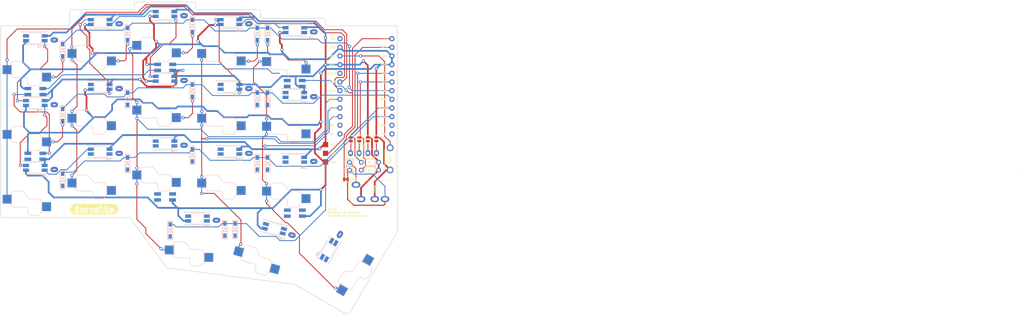
<source format=kicad_pcb>
(kicad_pcb (version 20221018) (generator pcbnew)
  (title_block (title "Corne Chocolate") (date "2018-11-17") (rev "2.1") (company "foostan"))
  (layers (0 "F.Cu" signal) (31 "B.Cu" signal) (34 "B.Paste" user) (35 "F.Paste" user) (36 "B.SilkS" user "B.Silkscreen") (37 "F.SilkS" user "F.Silkscreen") (38 "B.Mask" user) (39 "F.Mask" user) (44 "Edge.Cuts" user))
  (net 0 "")
  (net 1 "row0")
  (net 2 "row1")
  (net 3 "row2")
  (net 4 "row3")
  (net 5 "GND")
  (net 6 "VCC")
  (net 8 "col1")
  (net 9 "col2")
  (net 10 "col3")
  (net 11 "col4")
  (net 12 "col5")
  (net 13 "LED")
  (net 14 "data")
  (net 15 "reset")
  (net 16 "SCL")
  (net 17 "SDA")
  (net 19 "Net-(D2-A)")
  (net 20 "Net-(D3-A)")
  (net 21 "Net-(D4-A)")
  (net 22 "Net-(D5-A)")
  (net 23 "Net-(D6-A)")
  (net 24 "Net-(D8-A)")
  (net 25 "Net-(D9-A)")
  (net 26 "Net-(D10-A)")
  (net 27 "Net-(D11-A)")
  (net 28 "Net-(D12-A)")
  (net 29 "Net-(D14-A)")
  (net 30 "Net-(D15-A)")
  (net 31 "Net-(D16-A)")
  (net 32 "Net-(D17-A)")
  (net 33 "Net-(D18-A)")
  (net 34 "Net-(D19-A)")
  (net 35 "Net-(D20-A)")
  (net 36 "Net-(D21-A)")
  (net 37 "Net-(P1-Pin_1)")
  (net 38 "Net-(J2-Pin_1)")
  (net 39 "Net-(J2-Pin_2)")
  (net 40 "Net-(J2-Pin_3)")
  (net 41 "Net-(J2-Pin_4)")
  (net 42 "Net-(L2-DIN)")
  (net 43 "Net-(L3-DOUT)")
  (net 44 "Net-(L3-DIN)")
  (net 45 "Net-(L10-DOUT)")
  (net 46 "Net-(L11-DIN)")
  (net 47 "Net-(L5-DIN)")
  (net 48 "Net-(L12-DOUT)")
  (net 49 "Net-(L14-DOUT)")
  (net 50 "Net-(L15-DIN)")
  (net 51 "Net-(L10-DIN)")
  (net 52 "Net-(L11-DOUT)")
  (net 53 "Net-(L12-DIN)")
  (net 54 "Net-(L14-DIN)")
  (net 55 "Net-(L16-DIN)")
  (net 56 "Net-(L17-DOUT)")
  (net 57 "Net-(L18-DIN)")
  (net 58 "Net-(L19-DIN)")
  (net 59 "Net-(L21-DIN)")
  (net 60 "Net-(L22-DOUT)")
  (net 61 "Net-(L22-DIN)")
  (net 62 "Net-(L23-DIN)")
  (net 63 "Net-(L25-DOUT)")
  (net 64 "Net-(L26-DOUT)")
  (footprint "kbd:D3_SMD" (layer "F.Cu") (at 97 75.125 -90)
    (fp_text reference "D2" hide)
    (fp_text value "D" hide)
  )
  (footprint "kbd:D3_SMD" (layer "F.Cu") (at 116 70.375 -90)
    (fp_text reference "D3" hide)
    (fp_text value "D" hide)
  )
  (footprint "kbd:D3_SMD" (layer "F.Cu") (at 135 68 -90)
    (fp_text reference "D4" hide)
    (fp_text value "D" hide)
  )
  (footprint "kbd:D3_SMD" (layer "F.Cu") (at 154 70.375 -90)
    (fp_text reference "D5" hide)
    (fp_text value "D" hide)
  )
  (footprint "kbd:D3_SMD" (layer "F.Cu") (at 157 70.375 -90)
    (fp_text reference "D6" hide)
    (fp_text value "D" hide)
  )
  (footprint "kbd:D3_SMD" (layer "F.Cu") (at 97 94.125 -90)
    (fp_text reference "D8" hide)
    (fp_text value "D" hide)
  )
  (footprint "kbd:D3_SMD" (layer "F.Cu") (at 116 89.375 -90)
    (fp_text reference "D9" hide)
    (fp_text value "D" hide)
  )
  (footprint "kbd:D3_SMD" (layer "F.Cu") (at 135 87 -90)
    (fp_text reference "D10" hide)
    (fp_text value "D" hide)
  )
  (footprint "kbd:D3_SMD" (layer "F.Cu") (at 154 89.375 -90)
    (fp_text reference "D11" hide)
    (fp_text value "D" hide)
  )
  (footprint "kbd:D3_SMD" (layer "F.Cu") (at 157 89.375 -90)
    (fp_text reference "D12" hide)
    (fp_text value "D" hide)
  )
  (footprint "kbd:D3_SMD" (layer "F.Cu") (at 97 113.125 -90)
    (fp_text reference "D14" hide)
    (fp_text value "D" hide)
  )
  (footprint "kbd:D3_SMD" (layer "F.Cu") (at 116 108.375 -90)
    (fp_text reference "D15" hide)
    (fp_text value "D" hide)
  )
  (footprint "kbd:D3_SMD" (layer "F.Cu") (at 135 106 -90)
    (fp_text reference "D16" hide)
    (fp_text value "D" hide)
  )
  (footprint "kbd:D3_SMD" (layer "F.Cu") (at 154 108.375 -90)
    (fp_text reference "D17" hide)
    (fp_text value "D" hide)
  )
  (footprint "kbd:D3_SMD" (layer "F.Cu") (at 157 108.375 -90)
    (fp_text reference "D18" hide)
    (fp_text value "D" hide)
  )
  (footprint "kbd:D3_SMD" (layer "F.Cu") (at 128.5 128 -90)
    (fp_text reference "D19" hide)
    (fp_text value "D" hide)
  )
  (footprint "kbd:D3_SMD" (layer "F.Cu") (at 144.5 127.75 -90)
    (fp_text reference "D20" hide)
    (fp_text value "D" hide)
  )
  (footprint "kbd:D3_SMD" (layer "F.Cu") (at 147.5 127.75 -90)
    (fp_text reference "D21" hide)
    (fp_text value "D" hide)
  )
  (footprint "kbd:YS-SK6812MINI-E" (layer "F.Cu") (at 89 71.625)
    (fp_text reference "L2")
    (fp_text value "SK6812MINI")
    (fp_line (start -1.8 -1.55) (end 1.8 -1.55) (stroke (width 0.12)) (layer "Edge.Cuts"))
    (fp_line (start -1.8 1.55) (end -1.8 -1.55) (stroke (width 0.12)) (layer "Edge.Cuts"))
    (fp_line (start 1.8 -1.55) (end 1.8 1.55) (stroke (width 0.12)) (layer "Edge.Cuts"))
    (fp_line (start 1.8 1.55) (end -1.8 1.55) (stroke (width 0.12)) (layer "Edge.Cuts"))
  )
  (footprint "kbd:YS-SK6812MINI-E" (layer "F.Cu") (at 108 66.875)
    (fp_text reference "L3")
    (fp_text value "SK6812MINI")
    (fp_line (start -1.8 -1.55) (end 1.8 -1.55) (stroke (width 0.12)) (layer "Edge.Cuts"))
    (fp_line (start -1.8 1.55) (end -1.8 -1.55) (stroke (width 0.12)) (layer "Edge.Cuts"))
    (fp_line (start 1.8 -1.55) (end 1.8 1.55) (stroke (width 0.12)) (layer "Edge.Cuts"))
    (fp_line (start 1.8 1.55) (end -1.8 1.55) (stroke (width 0.12)) (layer "Edge.Cuts"))
  )
  (footprint "kbd:YS-SK6812MINI-E" (layer "F.Cu") (at 127 64.5)
    (fp_text reference "L4")
    (fp_text value "SK6812MINI")
    (fp_line (start -1.8 -1.55) (end 1.8 -1.55) (stroke (width 0.12)) (layer "Edge.Cuts"))
    (fp_line (start -1.8 1.55) (end -1.8 -1.55) (stroke (width 0.12)) (layer "Edge.Cuts"))
    (fp_line (start 1.8 -1.55) (end 1.8 1.55) (stroke (width 0.12)) (layer "Edge.Cuts"))
    (fp_line (start 1.8 1.55) (end -1.8 1.55) (stroke (width 0.12)) (layer "Edge.Cuts"))
  )
  (footprint "kbd:YS-SK6812MINI-E" (layer "F.Cu") (at 146 66.875)
    (fp_text reference "L5")
    (fp_text value "SK6812MINI")
    (fp_line (start -1.8 -1.55) (end 1.8 -1.55) (stroke (width 0.12)) (layer "Edge.Cuts"))
    (fp_line (start -1.8 1.55) (end -1.8 -1.55) (stroke (width 0.12)) (layer "Edge.Cuts"))
    (fp_line (start 1.8 -1.55) (end 1.8 1.55) (stroke (width 0.12)) (layer "Edge.Cuts"))
    (fp_line (start 1.8 1.55) (end -1.8 1.55) (stroke (width 0.12)) (layer "Edge.Cuts"))
  )
  (footprint "kbd:YS-SK6812MINI-E" (layer "F.Cu") (at 165 69.25)
    (fp_text reference "L6")
    (fp_text value "SK6812MINI")
    (fp_line (start -1.8 -1.55) (end 1.8 -1.55) (stroke (width 0.12)) (layer "Edge.Cuts"))
    (fp_line (start -1.8 1.55) (end -1.8 -1.55) (stroke (width 0.12)) (layer "Edge.Cuts"))
    (fp_line (start 1.8 -1.55) (end 1.8 1.55) (stroke (width 0.12)) (layer "Edge.Cuts"))
    (fp_line (start 1.8 1.55) (end -1.8 1.55) (stroke (width 0.12)) (layer "Edge.Cuts"))
  )
  (footprint "kbd:YS-SK6812MINI-E" (layer "F.Cu") (at 89 90.625)
    (fp_text reference "L8")
    (fp_text value "SK6812MINI")
    (fp_line (start -1.8 -1.55) (end 1.8 -1.55) (stroke (width 0.12)) (layer "Edge.Cuts"))
    (fp_line (start -1.8 1.55) (end -1.8 -1.55) (stroke (width 0.12)) (layer "Edge.Cuts"))
    (fp_line (start 1.8 -1.55) (end 1.8 1.55) (stroke (width 0.12)) (layer "Edge.Cuts"))
    (fp_line (start 1.8 1.55) (end -1.8 1.55) (stroke (width 0.12)) (layer "Edge.Cuts"))
  )
  (footprint "kbd:YS-SK6812MINI-E" (layer "F.Cu") (at 108 85.875)
    (fp_text reference "L9")
    (fp_text value "SK6812MINI")
    (fp_line (start -1.8 -1.55) (end 1.8 -1.55) (stroke (width 0.12)) (layer "Edge.Cuts"))
    (fp_line (start -1.8 1.55) (end -1.8 -1.55) (stroke (width 0.12)) (layer "Edge.Cuts"))
    (fp_line (start 1.8 -1.55) (end 1.8 1.55) (stroke (width 0.12)) (layer "Edge.Cuts"))
    (fp_line (start 1.8 1.55) (end -1.8 1.55) (stroke (width 0.12)) (layer "Edge.Cuts"))
  )
  (footprint "kbd:YS-SK6812MINI-E" (layer "F.Cu") (at 127 83.5)
    (fp_text reference "L10")
    (fp_text value "SK6812MINI")
    (fp_line (start -1.8 -1.55) (end 1.8 -1.55) (stroke (width 0.12)) (layer "Edge.Cuts"))
    (fp_line (start -1.8 1.55) (end -1.8 -1.55) (stroke (width 0.12)) (layer "Edge.Cuts"))
    (fp_line (start 1.8 -1.55) (end 1.8 1.55) (stroke (width 0.12)) (layer "Edge.Cuts"))
    (fp_line (start 1.8 1.55) (end -1.8 1.55) (stroke (width 0.12)) (layer "Edge.Cuts"))
  )
  (footprint "kbd:YS-SK6812MINI-E" (layer "F.Cu") (at 146 85.875)
    (fp_text reference "L11")
    (fp_text value "SK6812MINI")
    (fp_line (start -1.8 -1.55) (end 1.8 -1.55) (stroke (width 0.12)) (layer "Edge.Cuts"))
    (fp_line (start -1.8 1.55) (end -1.8 -1.55) (stroke (width 0.12)) (layer "Edge.Cuts"))
    (fp_line (start 1.8 -1.55) (end 1.8 1.55) (stroke (width 0.12)) (layer "Edge.Cuts"))
    (fp_line (start 1.8 1.55) (end -1.8 1.55) (stroke (width 0.12)) (layer "Edge.Cuts"))
  )
  (footprint "kbd:YS-SK6812MINI-E" (layer "F.Cu") (at 165 88.25)
    (fp_text reference "L12")
    (fp_text value "SK6812MINI")
    (fp_line (start -1.8 -1.55) (end 1.8 -1.55) (stroke (width 0.12)) (layer "Edge.Cuts"))
    (fp_line (start -1.8 1.55) (end -1.8 -1.55) (stroke (width 0.12)) (layer "Edge.Cuts"))
    (fp_line (start 1.8 -1.55) (end 1.8 1.55) (stroke (width 0.12)) (layer "Edge.Cuts"))
    (fp_line (start 1.8 1.55) (end -1.8 1.55) (stroke (width 0.12)) (layer "Edge.Cuts"))
  )
  (footprint "kbd:YS-SK6812MINI-E" (layer "F.Cu") (at 89 109.625)
    (fp_text reference "L14")
    (fp_text value "SK6812MINI")
    (fp_line (start -1.8 -1.55) (end 1.8 -1.55) (stroke (width 0.12)) (layer "Edge.Cuts"))
    (fp_line (start -1.8 1.55) (end -1.8 -1.55) (stroke (width 0.12)) (layer "Edge.Cuts"))
    (fp_line (start 1.8 -1.55) (end 1.8 1.55) (stroke (width 0.12)) (layer "Edge.Cuts"))
    (fp_line (start 1.8 1.55) (end -1.8 1.55) (stroke (width 0.12)) (layer "Edge.Cuts"))
  )
  (footprint "kbd:YS-SK6812MINI-E" (layer "F.Cu") (at 108 104.875)
    (fp_text reference "L15")
    (fp_text value "SK6812MINI")
    (fp_line (start -1.8 -1.55) (end 1.8 -1.55) (stroke (width 0.12)) (layer "Edge.Cuts"))
    (fp_line (start -1.8 1.55) (end -1.8 -1.55) (stroke (width 0.12)) (layer "Edge.Cuts"))
    (fp_line (start 1.8 -1.55) (end 1.8 1.55) (stroke (width 0.12)) (layer "Edge.Cuts"))
    (fp_line (start 1.8 1.55) (end -1.8 1.55) (stroke (width 0.12)) (layer "Edge.Cuts"))
  )
  (footprint "kbd:YS-SK6812MINI-E" (layer "F.Cu") (at 127 102.5)
    (fp_text reference "L16")
    (fp_text value "SK6812MINI")
    (fp_line (start -1.8 -1.55) (end 1.8 -1.55) (stroke (width 0.12)) (layer "Edge.Cuts"))
    (fp_line (start -1.8 1.55) (end -1.8 -1.55) (stroke (width 0.12)) (layer "Edge.Cuts"))
    (fp_line (start 1.8 -1.55) (end 1.8 1.55) (stroke (width 0.12)) (layer "Edge.Cuts"))
    (fp_line (start 1.8 1.55) (end -1.8 1.55) (stroke (width 0.12)) (layer "Edge.Cuts"))
  )
  (footprint "kbd:YS-SK6812MINI-E" (layer "F.Cu") (at 146 104.875)
    (fp_text reference "L17")
    (fp_text value "SK6812MINI")
    (fp_line (start -1.8 -1.55) (end 1.8 -1.55) (stroke (width 0.12)) (layer "Edge.Cuts"))
    (fp_line (start -1.8 1.55) (end -1.8 -1.55) (stroke (width 0.12)) (layer "Edge.Cuts"))
    (fp_line (start 1.8 -1.55) (end 1.8 1.55) (stroke (width 0.12)) (layer "Edge.Cuts"))
    (fp_line (start 1.8 1.55) (end -1.8 1.55) (stroke (width 0.12)) (layer "Edge.Cuts"))
  )
  (footprint "kbd:YS-SK6812MINI-E" (layer "F.Cu") (at 165 107.25)
    (fp_text reference "L18")
    (fp_text value "SK6812MINI")
    (fp_line (start -1.8 -1.55) (end 1.8 -1.55) (stroke (width 0.12)) (layer "Edge.Cuts"))
    (fp_line (start -1.8 1.55) (end -1.8 -1.55) (stroke (width 0.12)) (layer "Edge.Cuts"))
    (fp_line (start 1.8 -1.55) (end 1.8 1.55) (stroke (width 0.12)) (layer "Edge.Cuts"))
    (fp_line (start 1.8 1.55) (end -1.8 1.55) (stroke (width 0.12)) (layer "Edge.Cuts"))
  )
  (footprint "kbd:YS-SK6812MINI-E" (layer "F.Cu") (at 136.5 124.5)
    (fp_text reference "L19")
    (fp_text value "SK6812MINI")
    (fp_line (start -1.8 -1.55) (end 1.8 -1.55) (stroke (width 0.12)) (layer "Edge.Cuts"))
    (fp_line (start -1.8 1.55) (end -1.8 -1.55) (stroke (width 0.12)) (layer "Edge.Cuts"))
    (fp_line (start 1.8 -1.55) (end 1.8 1.55) (stroke (width 0.12)) (layer "Edge.Cuts"))
    (fp_line (start 1.8 1.55) (end -1.8 1.55) (stroke (width 0.12)) (layer "Edge.Cuts"))
  )
  (footprint "kbd:YS-SK6812MINI-E" (layer "F.Cu") (at 159 127.5 -15)
    (fp_text reference "L20")
    (fp_text value "SK6812MINI")
    (fp_line (start -1.8 -1.55) (end 1.8 -1.55) (stroke (width 0.12)) (layer "Edge.Cuts"))
    (fp_line (start -1.8 1.55) (end -1.8 -1.55) (stroke (width 0.12)) (layer "Edge.Cuts"))
    (fp_line (start 1.8 -1.55) (end 1.8 1.55) (stroke (width 0.12)) (layer "Edge.Cuts"))
    (fp_line (start 1.8 1.55) (end -1.8 1.55) (stroke (width 0.12)) (layer "Edge.Cuts"))
  )
  (footprint "kbd:YS-SK6812MINI-E" (layer "F.Cu") (at 175 133.75 -120)
    (fp_text reference "L21")
    (fp_text value "SK6812MINI")
    (fp_line (start -1.8 -1.55) (end 1.8 -1.55) (stroke (width 0.12)) (layer "Edge.Cuts"))
    (fp_line (start -1.8 1.55) (end -1.8 -1.55) (stroke (width 0.12)) (layer "Edge.Cuts"))
    (fp_line (start 1.8 -1.55) (end 1.8 1.55) (stroke (width 0.12)) (layer "Edge.Cuts"))
    (fp_line (start 1.8 1.55) (end -1.8 1.55) (stroke (width 0.12)) (layer "Edge.Cuts"))
  )
  (footprint "kbd:ChocV1_V2_Hotswap" (layer "F.Cu") (at 89 77.125)
    (fp_text reference "SW2" hide)
    (fp_text value "SW_PUSH" hide)
  )
  (footprint "kbd:ChocV1_V2_Hotswap" (layer "F.Cu") (at 108 72.375)
    (fp_text reference "SW3" hide)
    (fp_text value "SW_PUSH" hide)
  )
  (footprint "kbd:ChocV1_V2_Hotswap" (layer "F.Cu") (at 127 70)
    (fp_text reference "SW4" hide)
    (fp_text value "SW_PUSH" hide)
  )
  (footprint "kbd:ChocV1_V2_Hotswap" (layer "F.Cu") (at 146 72.375)
    (fp_text reference "SW5" hide)
    (fp_text value "SW_PUSH" hide)
  )
  (footprint "kbd:ChocV1_V2_Hotswap" (layer "F.Cu") (at 165 74.75)
    (fp_text reference "SW6" hide)
    (fp_text value "SW_PUSH" hide)
  )
  (footprint "kbd:ChocV1_V2_Hotswap" (layer "F.Cu") (at 89 96.125)
    (fp_text reference "SW8" hide)
    (fp_text value "SW_PUSH" hide)
  )
  (footprint "kbd:ChocV1_V2_Hotswap" (layer "F.Cu") (at 108 91.375)
    (fp_text reference "SW9" hide)
    (fp_text value "SW_PUSH" hide)
  )
  (footprint "kbd:ChocV1_V2_Hotswap" (layer "F.Cu") (at 127 89)
    (fp_text reference "SW10" hide)
    (fp_text value "SW_PUSH" hide)
  )
  (footprint "kbd:ChocV1_V2_Hotswap" (layer "F.Cu") (at 146 91.375)
    (fp_text reference "SW11" hide)
    (fp_text value "SW_PUSH" hide)
  )
  (footprint "kbd:ChocV1_V2_Hotswap" (layer "F.Cu") (at 165 93.75)
    (fp_text reference "SW12" hide)
    (fp_text value "SW_PUSH" hide)
  )
  (footprint "kbd:ChocV1_V2_Hotswap" (layer "F.Cu") (at 89 115.125)
    (fp_text reference "SW14" hide)
    (fp_text value "SW_PUSH" hide)
  )
  (footprint "kbd:ChocV1_V2_Hotswap" (layer "F.Cu") (at 108 110.375)
    (fp_text reference "SW15" hide)
    (fp_text value "SW_PUSH" hide)
  )
  (footprint "kbd:ChocV1_V2_Hotswap" (layer "F.Cu") (at 127 108)
    (fp_text reference "SW16" hide)
    (fp_text value "SW_PUSH" hide)
  )
  (footprint "kbd:ChocV1_V2_Hotswap" (layer "F.Cu") (at 146 110.375)
    (fp_text reference "SW17" hide)
    (fp_text value "SW_PUSH" hide)
  )
  (footprint "kbd:ChocV1_V2_Hotswap" (layer "F.Cu") (at 165 112.75)
    (fp_text reference "SW18" hide)
    (fp_text value "SW_PUSH" hide)
  )
  (footprint "kbd:ChocV1_V2_Hotswap" (layer "F.Cu") (at 136.5 130)
    (fp_text reference "SW19" hide)
    (fp_text value "SW_PUSH" hide)
  )
  (footprint "kbd:ChocV1_V2_Hotswap" (layer "F.Cu") (at 157.5 132.75 -15)
    (fp_text reference "SW20" hide)
    (fp_text value "SW_PUSH" hide)
  )
  (footprint "kbd:Jumper" (layer "F.Cu") (at 188.875 101.25 90)
    (fp_text reference "JP2" hide)
    (fp_text value "Device:Jumper_NO_Small" hide)
  )
  (footprint "kbd:Jumper" (layer "F.Cu") (at 186.375 101.25 -90)
    (fp_text reference "JP3" hide)
    (fp_text value "Device:Jumper_NO_Small" hide)
  )
  (footprint "kbd:Jumper" (layer "F.Cu") (at 183.875 101.25 -90)
    (fp_text reference "JP4" hide)
    (fp_text value "Device:Jumper_NO_Small" hide)
  )
  (footprint "kbd:Jumper" (layer "F.Cu") (at 181.375 101.25 -90)
    (fp_text reference "JP5" hide)
    (fp_text value "Device:Jumper_NO_Small" hide)
  )
  (footprint "kbd:StripLED_1side" (layer "F.Cu") (at 174 107.9 180)
    (fp_text reference "J3" hide)
    (fp_text value "Conn_01x03" hide)
  )
  (footprint "kbd:Jumper" (layer "F.Cu") (at 179.959 113.0046 180)
    (fp_text reference "JP1")
    (fp_text value "Device:Jumper" hide)
  )
  (footprint "kbd:OLED_1side" (layer "F.Cu") (at 181.3 105.3)
    (fp_text reference "J2")
    (fp_text value "Conn_01x04" hide)
  )
  (footprint "kbd:MJ-4PP-9_1side" (layer "F.Cu") (at 194.7 116.7 -90)
    (fp_text reference "J1")
    (fp_text value "MJ-4PP-9" hide)
  )
  (footprint "kbd:ResetSW_1side" (layer "F.Cu") (at 192.9 107 90)
    (fp_text reference "RSW1" hide)
    (fp_text value "SW_PUSH" hide)
  )
  (footprint "kbd:SK6812MINI_underglow_rev" (layer "F.Cu") (at 127.02 80.16)
    (fp_text reference "L23" hide)
    (fp_text value "SK6812MINI" hide)
  )
  (footprint "kbd:SK6812MINI_underglow_rev" (layer "F.Cu") (at 164.97 84.88)
    (fp_text reference "L24" hide)
    (fp_text value "SK6812MINI" hide)
  )
  (footprint "kbd:SK6812MINI_underglow_rev" (layer "F.Cu") (at 126.99 118.17 180)
    (fp_text reference "L26" hide)
    (fp_text value "SK6812MINI" hide)
  )
  (footprint "kbd:SK6812MINI_underglow_rev" (layer "F.Cu") (at 165.01 122.92 180)
    (fp_text reference "L27" hide)
    (fp_text value "SK6812MINI" hide)
  )
  (footprint "kbd:ChocV1_V2_Hotswap_1.5u" (layer "F.Cu") (at 179.75 136.5 60)
    (fp_text reference "SW21" hide)
    (fp_text value "SW_PUSH" hide)
  )
  (footprint "kbd:R" (layer "F.Cu") (at 187 110.3 180)
    (fp_text reference "R2")
    (fp_text value "R" hide)
  )
  (footprint "kbd:R" (layer "F.Cu") (at 187 108 180)
    (fp_text reference "R1")
    (fp_text value "R" hide)
  )
  (footprint "kbd:1pin_conn" (layer "F.Cu") (at 181 108 90)
    (fp_text reference "P1")
    (fp_text value "Conn_01x01" hide)
  )
  (footprint "kbd:1pin_conn" (layer "F.Cu") (at 181 110.3 180)
    (fp_text reference "P2")
    (fp_text value "Conn_01x01" hide)
  )
  (footprint "kbd:SK6812MINI_underglow_rev" (layer "F.Cu") (at 89 87.25)
    (fp_text reference "L22" hide)
    (fp_text value "SK6812MINI" hide)
  )
  (footprint "kbd:SK6812MINI_underglow_rev" (layer "F.Cu") (at 89 106.24)
    (fp_text reference "L25" hide)
    (fp_text value "SK6812MINI" hide)
  )
  (footprint "MountingHole:MountingHole_2.2mm_M2_ISO14580" (layer "F.Cu") (at 192.255 124.25)
    (fp_text reference "H2" hide)
    (fp_text value "MountingHole" hide)
  )
  (footprint "MountingHole:MountingHole_4.3mm_M4_ISO14580" (layer "F.Cu") (at 169.255 130.5)
    (fp_text reference "H7" hide)
    (fp_text value "MountingHole" hide)
  )
  (footprint "kbd:ProMicro_v2_1side" (layer "F.Cu") (at 185.7754 86.2246)
    (fp_text reference "U1" hide)
    (fp_text value "ProMicro" hide)
  )
  (footprint "MountingHole:MountingHole_4.3mm_M4_ISO14580" (layer "F.Cu") (at 122.755 122.75)
    (fp_text reference "H6" hide)
    (fp_text value "MountingHole" hide)
  )
  (footprint "kibuzzard-65BBD98A" (layer "F.Cu") (at 106.2736 121.7676)
    (fp_text reference "kibuzzard-65BBD98A" hide)
    (fp_text value "G***" hide)
  )
  (footprint "MountingHole:MountingHole_2.2mm_M2_ISO14580" (layer "F.Cu") (at 177.755 115.75)
    (fp_text reference "H1" hide)
    (fp_text value "MountingHole" hide)
  )
  (footprint "MountingHole:MountingHole_4.3mm_M4_ISO14580" (layer "F.Cu") (at 155.505 83)
    (fp_text reference "H4" hide)
    (fp_text value "MountingHole" hide)
  )
  (footprint "MountingHole:MountingHole_4.3mm_M4_ISO14580" (layer "F.Cu") (at 98.505 105.75)
    (fp_text reference "H5" hide)
    (fp_text value "MountingHole" hide)
  )
  (footprint "MountingHole:MountingHole_4.3mm_M4_ISO14580" (layer "F.Cu") (at 98.505 86.75)
    (fp_text reference "H3" hide)
    (fp_text value "MountingHole" hide)
  )
  (gr_line (start 378.3076 111.6838) (end 378.4854 111.6838) (stroke (width 0.15)) (layer "F.SilkS"))
  (gr_line (start 116.5 124.25) (end 79.7306 124.25) (stroke (width 0.15)) (layer "Edge.Cuts"))
  (gr_line (start 195.0176 68.4788) (end 195.0176 127.9538) (stroke (width 0.15)) (layer "Edge.Cuts"))
  (gr_line (start 155 65.25) (end 155 63.75) (stroke (width 0.15)) (layer "Edge.Cuts"))
  (gr_arc (start 195.0176 127.9538) (mid 194.962821 128.405469) (end 194.790364 128.826496) (stroke (width 0.15)) (layer "Edge.Cuts"))
  (gr_line (start 136 62.75) (end 136 61.5) (stroke (width 0.15)) (layer "Edge.Cuts"))
  (gr_arc (start 194.5176 67.9788) (mid 194.871153 68.125247) (end 195.0176 68.4788) (stroke (width 0.15)) (layer "Edge.Cuts"))
  (gr_line (start 117.5 63.25) (end 99.5 63.25) (stroke (width 0.15)) (layer "Edge.Cuts"))
  (gr_arc (start 79.372953 124.250847) (mid 79.0194 124.1044) (end 78.872953 123.750847) (stroke (width 0.15)) (layer "Edge.Cuts"))
  (gr_arc (start 99 63.75) (mid 99.146447 63.396447) (end 99.5 63.25) (stroke (width 0.15)) (layer "Edge.Cuts"))
  (gr_line (start 98.5 68) (end 80.391 68) (stroke (width 0.15)) (layer "Edge.Cuts"))
  (gr_arc (start 127.75 139) (mid 127.558658 138.96194) (end 127.396447 138.853553) (stroke (width 0.15)) (layer "Edge.Cuts"))
  (gr_line (start 173.5 65.75) (end 155.5 65.75) (stroke (width 0.15)) (layer "Edge.Cuts"))
  (gr_line (start 165.075 143.9) (end 179.369251 152.160956) (stroke (width 0.15)) (layer "Edge.Cuts"))
  (gr_arc (start 99 67.5) (mid 98.853553 67.853553) (end 98.5 68) (stroke (width 0.15)) (layer "Edge.Cuts"))
  (gr_line (start 135.5 61) (end 118.5 61) (stroke (width 0.15)) (layer "Edge.Cuts"))
  (gr_line (start 154.5 63.25) (end 136.5 63.25) (stroke (width 0.15)) (layer "Edge.Cuts"))
  (gr_line (start 78.867 68.5038) (end 78.867 123.2916) (stroke (width 0.15)) (layer "Edge.Cuts"))
  (gr_arc (start 181.297263 151.781465) (mid 180.412069 152.371617) (end 179.369251 152.160956) (stroke (width 0.15)) (layer "Edge.Cuts"))
  (gr_line (start 116.853553 124.396447) (end 127.396447 138.853553) (stroke (width 0.15)) (layer "Edge.Cuts"))
  (gr_arc (start 155.5 65.75) (mid 155.146447 65.603553) (end 155 65.25) (stroke (width 0.15)) (layer "Edge.Cuts"))
  (gr_line (start 78.867 123.2916) (end 78.867 123.750847) (stroke (width 0.15)) (layer "Edge.Cuts"))
  (gr_arc (start 135.5 61) (mid 135.853553 61.146447) (end 136 61.5) (stroke (width 0.15)) (layer "Edge.Cuts"))
  (gr_line (start 118 61.5) (end 118 62.75) (stroke (width 0.15)) (layer "Edge.Cuts"))
  (gr_arc (start 173.5 65.75) (mid 173.853553 65.896447) (end 174 66.25) (stroke (width 0.15)) (layer "Edge.Cuts"))
  (gr_line (start 127.75 139) (end 164.420555 143.770344) (stroke (width 0.15)) (layer "Edge.Cuts"))
  (gr_arc (start 154.5 63.25) (mid 154.853553 63.396447) (end 155 63.75) (stroke (width 0.15)) (layer "Edge.Cuts"))
  (gr_line (start 99 63.75) (end 99 67.5) (stroke (width 0.15)) (layer "Edge.Cuts"))
  (gr_line (start 181.297263 151.781465) (end 194.7926 128.8288) (stroke (width 0.15)) (layer "Edge.Cuts"))
  (gr_arc (start 118 62.75) (mid 117.853553 63.103553) (end 117.5 63.25) (stroke (width 0.15)) (layer "Edge.Cuts"))
  (gr_arc (start 164.420555 143.770344) (mid 164.750952 143.819149) (end 165.075 143.9) (stroke (width 0.15)) (layer "Edge.Cuts"))
  (gr_arc (start 116.5 124.25) (mid 116.691342 124.28806) (end 116.853553 124.396447) (stroke (width 0.15)) (layer "Edge.Cuts"))
  (gr_arc (start 136.5 63.25) (mid 136.146447 63.103553) (end 136 62.75) (stroke (width 0.15)) (layer "Edge.Cuts"))
  (gr_line (start 80.391 68) (end 79.367 68) (stroke (width 0.15)) (layer "Edge.Cuts"))
  (gr_arc (start 78.867 68.5038) (mid 79.013447 68.150247) (end 79.367 68.0038) (stroke (width 0.15)) (layer "Edge.Cuts"))
  (gr_arc (start 174.5 68) (mid 174.146447 67.853553) (end 174 67.5) (stroke (width 0.15)) (layer "Edge.Cuts"))
  (gr_line (start 174 66.25) (end 174 67.5) (stroke (width 0.15)) (layer "Edge.Cuts"))
  (gr_arc (start 118 61.5) (mid 118.146447 61.146447) (end 118.5 61) (stroke (width 0.15)) (layer "Edge.Cuts"))
  (gr_line (start 194.5176 67.9788) (end 174.5 68) (stroke (width 0.15)) (layer "Edge.Cuts"))
  (gr_line (start 79.7306 124.25) (end 79.372953 124.25) (stroke (width 0.15)) (layer "Edge.Cuts"))
  (gr_text "LED" (at 176.0728 105.4938) (layer "F.SilkS") (effects (font (size 0.6 0.6) (thickness 0.127))))
  (gr_text "Corne\nDesigned by foostan\nRemixed by ektocommers" (at 174.625 122.7074) (layer "F.SilkS") (effects (font (size 0.6 0.6) (thickness 0.127)) (justify left)))
  (gr_text "GND" (at 176.1728 107.9938) (layer "F.SilkS") (effects (font (size 0.6 0.6) (thickness 0.127))))
  (gr_text "VCC" (at 176.0728 102.7938) (layer "F.SilkS") (effects (font (size 0.6 0.6) (thickness 0.127))))
  (segment (start 181.0258 85.8572) (end 180.9294 85.9536) (width 0.25) (layer "F.Cu") (net 1))
  (segment (start 181.0258 73.9902) (end 181.0258 85.8572) (width 0.25) (layer "F.Cu") (net 1))
  (via (at 181.0258 73.9902) (size 0.9144) (drill 0.508) (layers "F.Cu" "B.Cu") (net 1))
  (via (at 180.9294 85.9536) (size 0.9144) (drill 0.508) (layers "F.Cu" "B.Cu") (net 1))
  (segment (start 150.8812 69.4892) (end 141.6506 69.4892) (width 0.25) (layer "B.Cu") (net 1))
  (segment (start 141.6506 69.4892) (end 138.3864 66.225) (width 0.25) (layer "B.Cu") (net 1))
  (segment (start 180.9294 86.2636) (end 181.6524 86.9866) (width 0.25) (layer "B.Cu") (net 1))
  (segment (start 180.9294 85.9536) (end 180.9294 86.2636) (width 0.25) (layer "B.Cu") (net 1))
  (segment (start 180.0352 72.9996) (end 172.8724 72.9996) (width 0.25) (layer "B.Cu") (net 1))
  (segment (start 133.3174 66.225) (end 132.334 67.2084) (width 0.25) (layer "B.Cu") (net 1))
  (segment (start 161.2362 71.879) (end 157.988 68.6308) (width 0.25) (layer "B.Cu") (net 1))
  (segment (start 115.296 68.6) (end 116 68.6) (width 0.25) (layer "B.Cu") (net 1))
  (segment (start 138.3864 66.225) (end 135 66.225) (width 0.25) (layer "B.Cu") (net 1))
  (segment (start 151.7396 68.6308) (end 150.8812 69.4892) (width 0.25) (layer "B.Cu") (net 1))
  (segment (start 172.8724 72.9996) (end 171.7518 71.879) (width 0.25) (layer "B.Cu") (net 1))
  (segment (start 130.754 67.2032) (end 117.3968 67.2032) (width 0.25) (layer "B.Cu") (net 1))
  (segment (start 132.334 67.2084) (end 130.7592 67.2084) (width 0.25) (layer "B.Cu") (net 1))
  (segment (start 171.7518 71.879) (end 161.2362 71.879) (width 0.25) (layer "B.Cu") (net 1))
  (segment (start 157.988 68.6308) (end 151.7396 68.6308) (width 0.25) (layer "B.Cu") (net 1))
  (segment (start 101.0842 69.2658) (end 114.6302 69.2658) (width 0.25) (layer "B.Cu") (net 1))
  (segment (start 117.3968 67.2032) (end 116 68.6) (width 0.25) (layer "B.Cu") (net 1))
  (segment (start 114.6302 69.2658) (end 115.296 68.6) (width 0.25) (layer "B.Cu") (net 1))
  (segment (start 135 66.225) (end 133.3174 66.225) (width 0.25) (layer "B.Cu") (net 1))
  (segment (start 130.7592 67.2084) (end 130.754 67.2032) (width 0.25) (layer "B.Cu") (net 1))
  (segment (start 181.6524 86.9866) (end 193.4318 86.9866) (width 0.25) (layer "B.Cu") (net 1))
  (segment (start 97.0254 73.3246) (end 101.0842 69.2658) (width 0.25) (layer "B.Cu") (net 1))
  (segment (start 181.0258 73.9902) (end 180.0352 72.9996) (width 0.25) (layer "B.Cu") (net 1))
  (segment (start 118.999 86.1822) (end 117.5812 87.6) (width 0.25) (layer "B.Cu") (net 2))
  (segment (start 152.3238 87.6046) (end 151.511 88.4174) (width 0.25) (layer "B.Cu") (net 2))
  (segment (start 117.5812 87.6) (end 116 87.6) (width 0.25) (layer "B.Cu") (net 2))
  (segment (start 161.4678 90.678) (end 158.3944 87.6046) (width 0.25) (layer "B.Cu") (net 2))
  (segment (start 137.7776 85.225) (end 133.215 85.225) (width 0.25) (layer "B.Cu") (net 2))
  (segment (start 101.339 88.011) (end 109.2962 88.011) (width 0.25) (layer "B.Cu") (net 2))
  (segment (start 114.756 88.844) (end 116 87.6) (width 0.25) (layer "B.Cu") (net 2))
  (segment (start 132.2578 86.1822) (end 118.999 86.1822) (width 0.25) (layer "B.Cu") (net 2))
  (segment (start 192.221 88.3158) (end 172.85448 88.3158) (width 0.25) (layer "B.Cu") (net 2))
  (segment (start 172.85448 88.3158) (end 170.49228 90.678) (width 0.25) (layer "B.Cu") (net 2))
  (segment (start 133.215 85.225) (end 132.2578 86.1822) (width 0.25) (layer "B.Cu") (net 2))
  (segment (start 109.2962 88.011) (end 110.1292 88.844) (width 0.25) (layer "B.Cu") (net 2))
  (segment (start 110.1292 88.844) (end 114.756 88.844) (width 0.25) (layer "B.Cu") (net 2))
  (segment (start 170.49228 90.678) (end 161.4678 90.678) (width 0.25) (layer "B.Cu") (net 2))
  (segment (start 193.4318 89.5266) (end 192.221 88.3158) (width 0.25) (layer "B.Cu") (net 2))
  (segment (start 140.97 88.4174) (end 137.7776 85.225) (width 0.25) (layer "B.Cu") (net 2))
  (segment (start 97.0254 92.3246) (end 101.339 88.011) (width 0.25) (layer "B.Cu") (net 2))
  (segment (start 151.511 88.4174) (end 140.97 88.4174) (width 0.25) (layer "B.Cu") (net 2))
  (segment (start 158.3944 87.6046) (end 152.3238 87.6046) (width 0.25) (layer "B.Cu") (net 2))
  (segment (start 135 104.225) (end 133.977 105.248) (width 0.25) (layer "B.Cu") (net 3))
  (segment (start 119.4912 105.248) (end 118.1392 106.6) (width 0.25) (layer "B.Cu") (net 3))
  (segment (start 189.5432 92.0666) (end 172.4308 109.179) (width 0.25) (layer "B.Cu") (net 3))
  (segment (start 114.888 106.6) (end 113.865 107.623) (width 0.25) (layer "B.Cu") (net 3))
  (segment (start 154 106.6) (end 152.8356 106.6) (width 0.25) (layer "B.Cu") (net 3))
  (segment (start 152.8356 106.6) (end 152.019 107.4166) (width 0.25) (layer "B.Cu") (net 3))
  (segment (start 118.1392 106.6) (end 116 106.6) (width 0.25) (layer "B.Cu") (net 3))
  (segment (start 100.1268 110.8964) (end 97.4536 110.8964) (width 0.25) (layer "B.Cu") (net 3))
  (segment (start 157 106.6) (end 154 106.6) (width 0.25) (layer "B.Cu") (net 3))
  (segment (start 116 106.6) (end 114.888 106.6) (width 0.25) (layer "B.Cu") (net 3))
  (segment (start 113.865 107.623) (end 103.4002 107.623) (width 0.25) (layer "B.Cu") (net 3))
  (segment (start 152.019 107.4166) (end 140.208 107.4166) (width 0.25) (layer "B.Cu") (net 3))
  (segment (start 97.4536 110.8964) (end 97 111.35) (width 0.25) (layer "B.Cu") (net 3))
  (segment (start 159.579 109.179) (end 157 106.6) (width 0.25) (layer "B.Cu") (net 3))
  (segment (start 137.0164 104.225) (end 135 104.225) (width 0.25) (layer "B.Cu") (net 3))
  (segment (start 193.4318 92.0666) (end 189.5432 92.0666) (width 0.25) (layer "B.Cu") (net 3))
  (segment (start 103.4002 107.623) (end 100.1268 110.8964) (width 0.25) (layer "B.Cu") (net 3))
  (segment (start 172.4308 109.179) (end 159.579 109.179) (width 0.25) (layer "B.Cu") (net 3))
  (segment (start 133.977 105.248) (end 119.4912 105.248) (width 0.25) (layer "B.Cu") (net 3))
  (segment (start 140.208 107.4166) (end 137.0164 104.225) (width 0.25) (layer "B.Cu") (net 3))
  (segment (start 129.4508 126.225) (end 130.175 126.9492) (width 0.25) (layer "B.Cu") (net 4))
  (segment (start 174.0154 121.9454) (end 164.9984 130.9624) (width 0.25) (layer "B.Cu") (net 4))
  (segment (start 160.6042 130.9624) (end 159.385 129.7432) (width 0.25) (layer "B.Cu") (net 4))
  (segment (start 193.4318 94.6066) (end 187.9684 94.6066) (width 0.25) (layer "B.Cu") (net 4))
  (segment (start 159.385 129.7432) (end 154.5844 129.7432) (width 0.25) (layer "B.Cu") (net 4))
  (segment (start 128.5 126.225) (end 129.4508 126.225) (width 0.25) (layer "B.Cu") (net 4))
  (segment (start 154.5844 129.7432) (end 150.8162 125.975) (width 0.25) (layer "B.Cu") (net 4))
  (segment (start 164.9984 130.9624) (end 160.6042 130.9624) (width 0.25) (layer "B.Cu") (net 4))
  (segment (start 130.175 126.9492) (end 142.6718 126.9492) (width 0.25) (layer "B.Cu") (net 4))
  (segment (start 150.8162 125.975) (end 147.5 125.975) (width 0.25) (layer "B.Cu") (net 4))
  (segment (start 187.9684 94.6066) (end 174.0154 108.5596) (width 0.25) (layer "B.Cu") (net 4))
  (segment (start 144.5 125.975) (end 147.5 125.975) (width 0.25) (layer "B.Cu") (net 4))
  (segment (start 142.6718 126.9492) (end 143.646 125.975) (width 0.25) (layer "B.Cu") (net 4))
  (segment (start 143.646 125.975) (end 144.5 125.975) (width 0.25) (layer "B.Cu") (net 4))
  (segment (start 174.0154 108.5596) (end 174.0154 121.9454) (width 0.25) (layer "B.Cu") (net 4))
  (segment (start 120.5756 83.2592) (end 121.5164 84.2) (width 0.5) (layer "F.Cu") (net 5))
  (segment (start 121.5136 77.9526) (end 121.5136 79.1192) (width 0.5) (layer "F.Cu") (net 5))
  (segment (start 192.9 110.25) (end 191.8576 110.25) (width 0.5) (layer "F.Cu") (net 5))
  (segment (start 105.7656 74.676) (end 105.7656 75.9714) (width 0.5) (layer "F.Cu") (net 5))
  (segment (start 104.8512 70.0278) (end 104.8512 73.7616) (width 0.5) (layer "F.Cu") (net 5))
  (segment (start 103.5812 88.2142) (end 103.5812 86.7918) (width 0.5) (layer "F.Cu") (net 5))
  (segment (start 174 114.671) (end 172.6438 116.0272) (width 0.5) (layer "F.Cu") (net 5))
  (segment (start 173.4574 107.9) (end 174 107.9) (width 0.5) (layer "F.Cu") (net 5))
  (segment (start 124.3584 74.422) (end 121.5136 77.2668) (width 0.5) (layer "F.Cu") (net 5))
  (segment (start 172.6184 96.0628) (end 172.6184 97.7392) (width 0.5) (layer "F.Cu") (net 5))
  (segment (start 188.9004 100.72422) (end 188.6464 100.72422) (width 0.5) (layer "F.Cu") (net 5))
  (segment (start 121.5136 79.1192) (end 121.6678 79.2734) (width 0.5) (layer "F.Cu") (net 5))
  (segment (start 174 107.9) (end 174 114.671) (width 0.5) (layer "F.Cu") (net 5))
  (segment (start 122.555 66.4718) (end 122.555 65.2018) (width 0.5) (layer "F.Cu") (net 5))
  (segment (start 103.9876 92.7862) (end 103.9876 88.6206) (width 0.5) (layer "F.Cu") (net 5))
  (segment (start 104.8512 73.7616) (end 105.7656 74.676) (width 0.5) (layer "F.Cu") (net 5))
  (segment (start 191.1254 108.4246) (end 192.9 110.1992) (width 0.5) (layer "F.Cu") (net 5))
  (segment (start 188.875 100.74962) (end 189.80042 100.74962) (width 0.5) (layer "F.Cu") (net 5))
  (segment (start 103.9876 88.6206) (end 103.5812 88.2142) (width 0.5) (layer "F.Cu") (net 5))
  (segment (start 160.6042 69.9516) (end 160.6042 72.9234) (width 0.5) (layer "F.Cu") (net 5))
  (segment (start 193.4098 79.3446) (end 193.4318 79.3666) (width 0.5) (layer "F.Cu") (net 5))
  (segment (start 123.7488 71.9582) (end 123.7488 67.6656) (width 0.5) (layer "F.Cu") (net 5))
  (segment (start 103.5558 67.691) (end 103.5558 68.7324) (width 0.5) (layer "F.Cu") (net 5))
  (segment (start 189.80042 100.74962) (end 191.1254 102.0746) (width 0.5) (layer "F.Cu") (net 5))
  (segment (start 121.5136 77.2668) (end 120.5756 78.2048) (width 0.5) (layer "F.Cu") (net 5))
  (segment (start 161.2138 73.533) (end 161.2138 74.9554) (width 0.5) (layer "F.Cu") (net 5))
  (segment (start 124.3584 72.5678) (end 123.7488 71.9582) (width 0.5) (layer "F.Cu") (net 5))
  (segment (start 172.6184 97.7392) (end 170.8658 99.4918) (width 0.5) (layer "F.Cu") (net 5))
  (segment (start 123.7488 67.6656) (end 122.555 66.4718) (width 0.5) (layer "F.Cu") (net 5))
  (segment (start 121.5136 77.724) (end 121.5136 77.9526) (width 0.5) (layer "F.Cu") (net 5))
  (segment (start 141.6558 67.7418) (end 140.0048 67.7418) (width 0.5) (layer "F.Cu") (net 5))
  (segment (start 170.8912 105.3338) (end 173.4574 107.9) (width 0.5) (layer "F.Cu") (net 5))
  (segment (start 188.4 113.7076) (end 188.4 118.8) (width 0.5) (layer "F.Cu") (net 5))
  (segment (start 172.6184 96.0628) (end 172.6184 81.8896) (width 0.5) (layer "F.Cu") (net 5))
  (segment (start 124.3584 72.5678) (end 124.3584 74.422) (width 0.5) (layer "F.Cu") (net 5))
  (segment (start 141.6812 67.7164) (end 141.6558 67.7418) (width 0.5) (layer "F.Cu") (net 5))
  (segment (start 191.8576 110.25) (end 188.4 113.7076) (width 0.5) (layer "F.Cu") (net 5))
  (segment (start 160.6042 72.9234) (end 161.2138 73.533) (width 0.5) (layer "F.Cu") (net 5))
  (segment (start 120.5756 78.2048) (end 120.5756 83.2592) (width 0.5) (layer "F.Cu") (net 5))
  (segment (start 191.1254 102.0746) (end 191.1254 108.4246) (width 0.5) (layer "F.Cu") (net 5))
  (segment (start 170.8658 99.4918) (end 170.8658 105.3338) (width 0.5) (layer "F.Cu") (net 5))
  (segment (start 136.652 71.0946) (end 136.652 72.4154) (width 0.5) (layer "F.Cu") (net 5))
  (segment (start 170.8658 105.3338) (end 170.8912 105.3338) (width 0.5) (layer "F.Cu") (net 5))
  (segment (start 121.5136 77.2668) (end 121.5136 77.724) (width 0.5) (layer "F.Cu") (net 5))
  (segment (start 103.5558 68.7324) (end 104.8512 70.0278) (width 0.5) (layer "F.Cu") (net 5))
  (segment (start 192.9 110.1992) (end 192.9 110.25) (width 0.5) (layer "F.Cu") (net 5))
  (segment (start 140.0048 67.7418) (end 136.652 71.0946) (width 0.5) (layer "F.Cu") (net 5))
  (segment (start 188.875 80.5434) (end 188.875 100.74962) (width 0.5) (layer "F.Cu") (net 5))
  (via (at 124.3584 72.5678) (size 0.9144) (drill 0.508) (layers "F.Cu" "B.Cu") (net 5))
  (via (at 160.6042 69.9516) (size 0.9144) (drill 0.508) (layers "F.Cu" "B.Cu") (net 5))
  (via (at 188.875 80.5434) (size 0.9144) (drill 0.508) (layers "F.Cu" "B.Cu") (net 5))
  (via (at 103.5812 86.7918) (size 0.9144) (drill 0.508) (layers "F.Cu" "B.Cu") (net 5))
  (via (at 172.6438 116.0272) (size 0.9144) (drill 0.508) (layers "F.Cu" "B.Cu") (net 5))
  (via (at 103.5558 67.691) (size 0.9144) (drill 0.508) (layers "F.Cu" "B.Cu") (net 5))
  (via (at 136.652 72.4154) (size 0.9144) (drill 0.508) (layers "F.Cu" "B.Cu") (net 5))
  (via (at 172.6184 81.8896) (size 0.9144) (drill 0.508) (layers "F.Cu" "B.Cu") (net 5))
  (via (at 161.2138 74.9554) (size 0.9144) (drill 0.508) (layers "F.Cu" "B.Cu") (net 5))
  (via (at 172.6184 96.0628) (size 0.9144) (drill 0.508) (layers "F.Cu" "B.Cu") (net 5))
  (via (at 121.6678 79.2734) (size 0.9144) (drill 0.508) (layers "F.Cu" "B.Cu") (net 5))
  (via (at 122.555 65.2018) (size 0.9144) (drill 0.508) (layers "F.Cu" "B.Cu") (net 5))
  (via (at 103.9876 92.7862) (size 0.9144) (drill 0.508) (layers "F.Cu" "B.Cu") (net 5))
  (via (at 141.6812 67.7164) (size 0.9144) (drill 0.508) (layers "F.Cu" "B.Cu") (net 5))
  (via (at 121.5164 84.2) (size 0.9144) (drill 0.508) (layers "F.Cu" "B.Cu") (net 5))
  (via (at 105.7656 75.9714) (size 0.9144) (drill 0.508) (layers "F.Cu" "B.Cu") (net 5))
  (segment (start 103.9876 92.7862) (end 104.8258 93.6244) (width 0.5) (layer "B.Cu") (net 5))
  (segment (start 161.9504 76.327) (end 157.607 76.327) (width 0.5) (layer "B.Cu") (net 5))
  (segment (start 191.9162 75.311) (end 179.2362 75.311) (width 0.5) (layer "B.Cu") (net 5))
  (segment (start 190.0518 79.3666) (end 193.4318 79.3666) (width 0.5) (layer "B.Cu") (net 5))
  (segment (start 137.16 121.4628) (end 136.1186 121.4628) (width 0.5) (layer "B.Cu") (net 5))
  (segment (start 88.0872 80.7212) (end 87.63 80.7212) (width 0.5) (layer "B.Cu") (net 5))
  (segment (start 144.4498 75.8952) (end 142.494 73.9394) (width 0.5) (layer "B.Cu") (net 5))
  (segment (start 105.7656 75.9714) (end 107.4674 75.9714) (width 0.5) (layer "B.Cu") (net 5))
  (segment (start 157.607 76.327) (end 157.1752 75.8952) (width 0.5) (layer "B.Cu") (net 5))
  (segment (start 119.5396 89.5422) (end 120.523 90.5256) (width 0.5) (layer "B.Cu") (net 5))
  (segment (start 86.25 92.82) (end 85.6742 93.3958) (width 0.5) (layer "B.Cu") (net 5))
  (segment (start 158.0642 95.2754) (end 161.29 95.2754) (width 0.5) (layer "B.Cu") (net 5))
  (segment (start 179.2362 75.311) (end 178.2118 74.2866) (width 0.5) (layer "B.Cu") (net 5))
  (segment (start 143.0672 67.7164) (end 143.0754 67.7246) (width 0.5) (layer "B.Cu") (net 5))
  (segment (start 138.0236 91.6432) (end 139.3444 92.964) (width 0.5) (layer "B.Cu") (net 5))
  (segment (start 85.6742 93.3958) (end 85.6742 97.6884) (width 0.5) (layer "B.Cu") (net 5))
  (segment (start 104.8258 93.6244) (end 104.8258 93.6498) (width 0.5) (layer "B.Cu") (net 5))
  (segment (start 139.3444 92.964) (end 142.3416 92.964) (width 0.5) (layer "B.Cu") (net 5))
  (segment (start 187.1726 80.6196) (end 173.8884 80.6196) (width 0.5) (layer "B.Cu") (net 5))
  (segment (start 87.2998 99.314) (end 88.7476 99.314) (width 0.5) (layer "B.Cu") (net 5))
  (segment (start 161.925 76.327) (end 161.9504 76.327) (width 0.5) (layer "B.Cu") (net 5))
  (segment (start 86.8374 111.9124) (end 91.0844 111.9124) (width 0.5) (layer "B.Cu") (net 5))
  (segment (start 155.5242 121.4628) (end 154.1018 122.8852) (width 0.5) (layer "B.Cu") (net 5))
  (segment (start 162.171065 83.9796) (end 162.7954 83.9796) (width 0.5) (layer "B.Cu") (net 5))
  (segment (start 172.6438 120.5992) (end 169.448 123.795) (width 0.5) (layer "B.Cu") (net 5))
  (segment (start 160.7522 70.0996) (end 162.0504 70.0996) (width 0.5) (layer "B.Cu") (net 5))
  (segment (start 169.448 123.795) (end 167.21 123.795) (width 0.5) (layer "B.Cu") (net 5))
  (segment (start 174.7236 77.7748) (end 163.3982 77.7748) (width 0.5) (layer "B.Cu") (net 5))
  (segment (start 155.5242 121.4628) (end 136.1186 121.4628) (width 0.5) (layer "B.Cu") (net 5))
  (segment (start 86.25 111.325) (end 86.8374 111.9124) (width 0.5) (layer "B.Cu") (net 5))
  (segment (start 142.494 73.9394) (end 138.176 73.9394) (width 0.5) (layer "B.Cu") (net 5))
  (segment (start 136.1186 121.4628) (end 130.683 121.4628) (width 0.5) (layer "B.Cu") (net 5))
  (segment (start 113.0482 89.5422) (end 119.5396 89.5422) (width 0.5) (layer "B.Cu") (net 5))
  (segment (start 120.523 90.5256) (end 123.2154 90.5256) (width 0.5) (layer "B.Cu") (net 5))
  (segment (start 193.4318 79.3666) (end 193.4318 76.8266) (width 0.5) (layer "B.Cu") (net 5))
  (segment (start 130.8608 123.6608) (end 132.4 125.2) (width 0.5) (layer "B.Cu") (net 5))
  (segment (start 130.5814 121.3612) (end 130.683 121.4628) (width 0.5) (layer "B.Cu") (net 5))
  (segment (start 137.6426 73.406) (end 136.652 72.4154) (width 0.5) (layer "B.Cu") (net 5))
  (segment (start 85.6742 97.6884) (end 87.2998 99.314) (width 0.5) (layer "B.Cu") (net 5))
  (segment (start 155.124996 127.464396) (end 156.162531 127.464396) (width 0.5) (layer "B.Cu") (net 5))
  (segment (start 173.8884 80.6196) (end 172.6184 81.8896) (width 0.5) (layer "B.Cu") (net 5))
  (segment (start 121.5164 84.2) (end 121.5154 84.201) (width 0.5) (layer "B.Cu") (net 5))
  (segment (start 111.4806 92.71) (end 111.4806 91.1098) (width 0.5) (layer "B.Cu") (net 5))
  (segment (start 164.0078 116.0272) (end 158.5722 121.4628) (width 0.5) (layer "B.Cu") (net 5))
  (segment (start 106.1974 94.7674) (end 101.6508 99.314) (width 0.5) (layer "B.Cu") (net 5))
  (segment (start 121.6794 79.285) (end 121.6678 79.2734) (width 0.5) (layer "B.Cu") (net 5))
  (segment (start 161.2138 75.6158) (end 161.925 76.327) (width 0.5) (layer "B.Cu") (net 5))
  (segment (start 141.6812 67.7164) (end 143.0672 67.7164) (width 0.5) (layer "B.Cu") (net 5))
  (segment (start 144.1958 94.8182) (end 150.9522 94.8182) (width 0.5) (layer "B.Cu") (net 5))
  (segment (start 92.8878 113.7158) (end 92.8878 116.7892) (width 0.5) (layer "B.Cu") (net 5))
  (segment (start 105.8164 94.7674) (end 109.4232 94.7674) (width 0.5) (layer "B.Cu") (net 5))
  (segment (start 103.9876 92.7862) (end 103.9876 92.9386) (width 0.5) (layer "B.Cu") (net 5))
  (segment (start 130.1496 92.1766) (end 130.683 91.6432) (width 0.5) (layer "B.Cu") (net 5))
  (segment (start 158.5722 121.4628) (end 155.5242 121.4628) (width 0.5) (layer "B.Cu") (net 5))
  (segment (start 178.2118 74.2866) (end 174.7236 77.7748) (width 0.5) (layer "B.Cu") (net 5))
  (segment (start 109.4232 94.7674) (end 111.4806 92.71) (width 0.5) (layer "B.Cu") (net 5))
  (segment (start 121.8946 118.3132) (end 124.9426 121.3612) (width 0.5) (layer "B.Cu") (net 5))
  (segment (start 124.825958 79.279042) (end 124.8454 79.2596) (width 0.5) (layer "B.Cu") (net 5))
  (segment (start 190.0518 79.3666) (end 188.4256 79.3666) (width 0.5) (layer "B.Cu") (net 5))
  (segment (start 137.6426 73.406) (end 125.73 73.406) (width 0.5) (layer "B.Cu") (net 5))
  (segment (start 151.5364 94.234) (end 157.0228 94.234) (width 0.5) (layer "B.Cu") (net 5))
  (segment (start 87.376 99.314) (end 86.8 99.89) (width 0.5) (layer "B.Cu") (net 5))
  (segment (start 101.6508 99.314) (end 88.7476 99.314) (width 0.5) (layer "B.Cu") (net 5))
  (segment (start 102.235 80.7212) (end 88.3158 80.7212) (width 0.5) (layer "B.Cu") (net 5))
  (segment (start 88.7476 99.314) (end 87.376 99.314) (width 0.5) (layer "B.Cu") (net 5))
  (segment (start 161.29 95.2754) (end 163.0426 97.028) (width 0.5) (layer "B.Cu") (net 5))
  (segment (start 94.4118 118.3132) (end 121.8946 118.3132) (width 0.5) (layer "B.Cu") (net 5))
  (segment (start 103.5894 67.7246) (end 105.6254 67.7246) (width 0.5) (layer "B.Cu") (net 5))
  (segment (start 124.25 84.2) (end 121.5164 84.2) (width 0.5) (layer "B.Cu") (net 5))
  (segment (start 87.63 80.7212) (end 84.709 83.6422) (width 0.5) (layer "B.Cu") (net 5))
  (segment (start 123.2154 90.5256) (end 124.8664 92.1766) (width 0.5) (layer "B.Cu") (net 5))
  (segment (start 103.5812 86.7918) (end 103.6484 86.7246) (width 0.25) (layer "B.Cu") (net 5))
  (segment (start 142.3416 92.964) (end 144.1958 94.8182) (width 0.5) (layer "B.Cu") (net 5))
  (segment (start 132.4 125.2) (end 133.75 125.2) (width 0.5) (layer "B.Cu") (net 5))
  (segment (start 122.555 65.2018) (end 124.4776 65.2018) (width 0.5) (layer "B.Cu") (net 5))
  (segment (start 123.1646 75.9714) (end 106.9848 75.9714) (width 0.5) (layer "B.Cu") (net 5))
  (segment (start 161.2138 74.9554) (end 161.2138 75.6158) (width 0.5) (layer "B.Cu") (net 5))
  (segment (start 150.9522 94.8182) (end 151.5364 94.234) (width 0.5) (layer "B.Cu") (net 5))
  (segment (start 92.8878 116.7892) (end 94.4118 118.3132) (width 0.5) (layer "B.Cu") (net 5))
  (segment (start 130.683 121.4628) (end 130.8608 121.6406) (width 0.5) (layer "B.Cu") (net 5))
  (segment (start 130.556 121.3358) (end 129.19 119.9698) (width 0.5) (layer "B.Cu") (net 5))
  (segment (start 111.4806 91.1098) (end 113.0482 89.5422) (width 0.5) (layer "B.Cu") (net 5))
  (segment (start 103.6484 86.7246) (end 105.6254 86.7246) (width 0.25) (layer "B.Cu") (net 5))
  (segment (start 188.4256 79.3666) (end 187.1726 80.6196) (width 0.5) (layer "B.Cu") (net 5))
  (segment (start 163.3982 77.7748) (end 161.9504 76.327) (width 0.5) (layer "B.Cu") (net 5))
  (segment (start 124.8664 92.1766) (end 130.1496 92.1766) (width 0.5) (layer "B.Cu") (net 5))
  (segment (start 125.73 73.406) (end 123.1646 75.9714) (width 0.5) (layer "B.Cu") (net 5))
  (segment (start 157.1752 75.8952) (end 144.4498 75.8952) (width 0.5) (layer "B.Cu") (net 5))
  (segment (start 106.9594 94.7674) (end 106.1974 94.7674) (width 0.5) (layer "B.Cu") (net 5))
  (segment (start 171.6532 97.028) (end 172.6184 96.0628) (width 0.5) (layer "B.Cu") (net 5))
  (segment (start 84.709 83.6422) (end 84.709 85.5726) (width 0.5) (layer "B.Cu") (net 5))
  (segment (start 160.6042 69.9516) (end 160.7522 70.0996) (width 0.5) (layer "B.Cu") (net 5))
  (segment (start 87.4522 80.7212) (end 85.4202 78.6892) (width 0.5) (layer "B.Cu") (net 5))
  (segment (start 124.3584 72.5678) (end 125.1966 73.406) (width 0.5) (layer "B.Cu") (net 5))
  (segment (start 106.9848 75.9714) (end 102.235 80.7212) (width 0.5) (layer "B.Cu") (net 5))
  (segment (start 154.1018 126.4412) (end 155.124996 127.464396) (width 0.5) (layer "B.Cu") (net 5))
  (segment (start 124.82 79.285) (end 121.6794 79.285) (width 0.5) (layer "B.Cu") (net 5))
  (segment (start 86.25 110.325) (end 86.25 111.325) (width 0.5) (layer "B.Cu") (net 5))
  (segment (start 125.1966 73.406) (end 125.73 73.406) (width 0.5) (layer "B.Cu") (net 5))
  (segment (start 130.683 121.4628) (end 130.556 121.3358) (width 0.5) (layer "B.Cu") (net 5))
  (segment (start 130.683 91.6432) (end 138.0236 91.6432) (width 0.5) (layer "B.Cu") (net 5))
  (segment (start 163.0426 97.028) (end 171.6532 97.028) (width 0.5) (layer "B.Cu") (net 5))
  (segment (start 124.4776 65.2018) (end 124.6254 65.3496) (width 0.5) (layer "B.Cu") (net 5))
  (segment (start 188.875 80.5434) (end 190.0518 79.3666) (width 0.5) (layer "B.Cu") (net 5))
  (segment (start 193.4318 76.8266) (end 191.9162 75.311) (width 0.5) (layer "B.Cu") (net 5))
  (segment (start 85.4202 73.6798) (end 86.6254 72.4746) (width 0.5) (layer "B.Cu") (net 5))
  (segment (start 172.6438 116.0272) (end 172.6438 120.5992) (width 0.5) (layer "B.Cu") (net 5))
  (segment (start 129.19 119.9698) (end 129.19 119.045) (width 0.5) (layer "B.Cu") (net 5))
  (segment (start 103.5558 67.691) (end 103.5894 67.7246) (width 0.5) (layer "B.Cu") (net 5))
  (segment (start 154.1018 122.8852) (end 154.1018 126.4412) (width 0.5) (layer "B.Cu") (net 5))
  (segment (start 124.9426 121.3612) (end 130.5814 121.3612) (width 0.5) (layer "B.Cu") (net 5))
  (segment (start 103.9876 92.9386) (end 105.8164 94.7674) (width 0.5) (layer "B.Cu") (net 5))
  (segment (start 138.176 73.9394) (end 137.6426 73.406) (width 0.5) (layer "B.Cu") (net 5))
  (segment (start 88.3158 80.7212) (end 87.4522 80.7212) (width 0.5) (layer "B.Cu") (net 5))
  (segment (start 85.4202 78.6892) (end 85.4202 73.6798) (width 0.5) (layer "B.Cu") (net 5))
  (segment (start 91.0844 111.9124) (end 92.8878 113.7158) (width 0.5) (layer "B.Cu") (net 5))
  (segment (start 130.8608 121.6406) (end 130.8608 123.6608) (width 0.5) (layer "B.Cu") (net 5))
  (segment (start 86.25 91.325) (end 86.25 92.82) (width 0.5) (layer "B.Cu") (net 5))
  (segment (start 86.8 99.89) (end 86.8 105.365) (width 0.5) (layer "B.Cu") (net 5))
  (segment (start 85.486 86.3496) (end 86.8254 86.3496) (width 0.5) (layer "B.Cu") (net 5))
  (segment (start 84.709 85.5726) (end 85.486 86.3496) (width 0.5) (layer "B.Cu") (net 5))
  (segment (start 157.0228 94.234) (end 158.0642 95.2754) (width 0.5) (layer "B.Cu") (net 5))
  (segment (start 172.6438 116.0272) (end 164.0078 116.0272) (width 0.5) (layer "B.Cu") (net 5))
  (segment (start 186.375 79.568) (end 186.375 100.74962) (width 0.5) (layer "F.Cu") (net 6))
  (segment (start 131.0386 81.0514) (end 130.2766 81.8134) (width 0.5) (layer "F.Cu") (net 6))
  (segment (start 184.4 118.8) (end 184.4 115.44) (width 0.5) (layer "F.Cu") (net 6))
  (segment (start 174.0154 71.6026) (end 174.0154 79.3666) (width 0.5) (layer "F.Cu") (net 6))
  (segment (start 130.2766 84.8868) (end 129.3622 85.8012) (width 0.5) (layer "F.Cu") (net 6))
  (segment (start 187.6044 101.2536) (end 187.07502 100.72422) (width 0.5) (layer "F.Cu") (net 6))
  (segment (start 174 102.82) (end 173.4304 102.82) (width 0.5) (layer "F.Cu") (net 6))
  (segment (start 185.1152 78.3082) (end 186.375 79.568) (width 0.5) (layer "F.Cu") (net 6))
  (segment (start 173.4304 102.82) (end 172.2628 103.9876) (width 0.5) (layer "F.Cu") (net 6))
  (segment (start 189.54 110.3) (end 189.54 107.734724) (width 0.5) (layer "F.Cu") (net 6))
  (segment (start 132.1816 81.0514) (end 131.0386 81.0514) (width 0.5) (layer "F.Cu") (net 6))
  (segment (start 187.6044 105.799124) (end 187.6044 101.2536) (width 0.5) (layer "F.Cu") (net 6))
  (segment (start 185.0898 78.3082) (end 185.1152 78.3082) (width 0.5) (layer "F.Cu") (net 6))
  (segment (start 187.07502 100.72422) (end 186.4004 100.72422) (width 0.5) (layer "F.Cu") (net 6))
  (segment (start 189.54 107.734724) (end 187.6044 105.799124) (width 0.5) (layer "F.Cu") (net 6))
  (segment (start 130.2766 81.8134) (end 130.2766 84.8868) (width 0.5) (layer "F.Cu") (net 6))
  (segment (start 174.0154 79.3666) (end 174 79.382) (width 0.5) (layer "F.Cu") (net 6))
  (segment (start 174 79.382) (end 174 102.82) (width 0.5) (layer "F.Cu") (net 6))
  (segment (start 184.4 115.44) (end 189.54 110.3) (width 0.5) (layer "F.Cu") (net 6))
  (segment (start 129.3622 85.8012) (end 121.6932 85.8012) (width 0.5) (layer "F.Cu") (net 6))
  (segment (start 173.99 71.5772) (end 174.0154 71.6026) (width 0.5) (layer "F.Cu") (net 6))
  (segment (start 121.6932 85.8012) (end 119.6104 83.7184) (width 0.5) (layer "F.Cu") (net 6))
  (via (at 173.99 71.5772) (size 0.9144) (drill 0.508) (layers "F.Cu" "B.Cu") (net 6))
  (via (at 119.6104 83.7184) (size 0.9144) (drill 0.508) (layers "F.Cu" "B.Cu") (net 6))
  (via (at 174.0154 79.3666) (size 0.9144) (drill 0.508) (layers "F.Cu" "B.Cu") (net 6))
  (via (at 172.2628 103.9876) (size 0.9144) (drill 0.508) (layers "F.Cu" "B.Cu") (net 6))
  (via (at 185.0898 78.3082) (size 0.9144) (drill 0.508) (layers "F.Cu" "B.Cu") (net 6))
  (via (at 132.1816 81.0514) (size 0.9144) (drill 0.508) (layers "F.Cu" "B.Cu") (net 6))
  (segment (start 93.9038 86.7664) (end 93.9038 86.8172) (width 0.5) (layer "B.Cu") (net 6))
  (segment (start 131.7752 100.0252) (end 130.5306 100.0252) (width 0.5) (layer "B.Cu") (net 6))
  (segment (start 154.3292 66.496) (end 153.3144 65.4812) (width 0.5) (layer "B.Cu") (net 6))
  (segment (start 119.6104 83.7184) (end 112.649 83.7184) (width 0.5) (layer "B.Cu") (net 6))
  (segment (start 167.75 86.335) (end 167.75 87.55) (width 0.5) (layer "B.Cu") (net 6))
  (segment (start 170.1292 104.1708) (end 167.75 106.55) (width 0.5) (layer "B.Cu") (net 6))
  (segment (start 122.936 62.0522) (end 120.3106 64.6776) (width 0.5) (layer "B.Cu") (net 6))
  (segment (start 153.3144 65.4812) (end 148.9188 65.4812) (width 0.5) (layer "B.Cu") (net 6))
  (segment (start 178.2118 79.3666) (end 184.0314 79.3666) (width 0.5) (layer "B.Cu") (net 6))
  (segment (start 172.1739 68.3387) (end 172.1376 68.375) (width 0.5) (layer "B.Cu") (net 6))
  (segment (start 157.9626 85.9536) (end 154.4828 85.9536) (width 0.5) (layer "B.Cu") (net 6))
  (segment (start 173.719 79.3666) (end 170.331 82.7546) (width 0.5) (layer "B.Cu") (net 6))
  (segment (start 112.2474 64.6776) (end 110.75 66.175) (width 0.5) (layer "B.Cu") (net 6))
  (segment (start 153.7042 85.175) (end 148.75 85.175) (width 0.5) (layer "B.Cu") (net 6))
  (segment (start 129.22 81.035) (end 129.75 81.565) (width 0.5) (layer "B.Cu") (net 6))
  (segment (start 112.3188 64.6776) (end 103.3688 64.6776) (width 0.5) (layer "B.Cu") (net 6))
  (segment (start 129.75 81.565) (end 129.75 82.8) (width 0.5) (layer "B.Cu") (net 6))
  (segment (start 119.6358 83.7184) (end 119.6104 83.7184) (width 0.5) (layer "B.Cu") (net 6))
  (segment (start 110.75 103.8292) (end 110.75 104.175) (width 0.5) (layer "B.Cu") (net 6))
  (segment (start 150.3172 102.0572) (end 134.6454 102.0572) (width 0.5) (layer "B.Cu") (net 6))
  (segment (start 165.227 85.0646) (end 165.9174 85.755) (width 0.5) (layer "B.Cu") (net 6))
  (segment (start 151.638 103.378) (end 149.547 103.378) (width 0.5) (layer "B.Cu") (net 6))
  (segment (start 93.3114 70.925) (end 91.75 70.925) (width 0.5) (layer "B.Cu") (net 6))
  (segment (start 165.227 82.7546) (end 161.1616 82.7546) (width 0.5) (layer "B.Cu") (net 6))
  (segment (start 93.9038 86.8172) (end 93.853 86.8172) (width 0.5) (layer "B.Cu") (net 6))
  (segment (start 110.75 84.8554) (end 111.887 83.7184) (width 0.5) (layer "B.Cu") (net 6))
  (segment (start 129.22 81.035) (end 132.1652 81.035) (width 0.5) (layer "B.Cu") (net 6))
  (segment (start 147.252 82.677) (end 129.873 82.677) (width 0.5) (layer "B.Cu") (net 6))
  (segment (start 161.1616 82.7546) (end 157.9626 85.9536) (width 0.5) (layer "B.Cu") (net 6))
  (segment (start 148.75 84.175) (end 147.252 82.677) (width 0.5) (layer "B.Cu") (net 6))
  (segment (start 112.014 102.5652) (end 110.75 103.8292) (width 0.5) (layer "B.Cu") (net 6))
  (segment (start 112.0394 102.5652) (end 112.014 102.5652) (width 0.5) (layer "B.Cu") (net 6))
  (segment (start 133.2484 62.0522) (end 122.936 62.0522) (width 0.5) (layer "B.Cu") (net 6))
  (segment (start 184.0314 79.3666) (end 185.0898 78.3082) (width 0.5) (layer "B.Cu") (net 6))
  (segment (start 154.3292 66.496) (end 152.1714 64.3382) (width 0.5) (layer "B.Cu") (net 6))
  (segment (start 134.4676 63.2714) (end 134.4168 63.2206) (width 0.5) (layer "B.Cu") (net 6))
  (segment (start 94.2848 69.9516) (end 93.3114 70.925) (width 0.5) (layer "B.Cu") (net 6))
  (segment (start 173.99 70.1548) (end 172.1739 68.3387) (width 0.5) (layer "B.Cu") (net 6))
  (segment (start 165.9174 85.755) (end 167.17 85.755) (width 0.5) (layer "B.Cu") (net 6))
  (segment (start 167.17 85.755) (end 167.75 86.335) (width 0.5) (layer "B.Cu") (net 6))
  (segment (start 129.75 100.8058) (end 129.75 101.8) (width 0.5) (layer "B.Cu") (net 6))
  (segment (start 92.9862 107.115) (end 91.2 107.115) (width 0.5) (layer "B.Cu") (net 6))
  (segment (start 172.1376 68.375) (end 167.4 68.375) (width 0.5) (layer "B.Cu") (net 6))
  (segment (start 132.6134 100.0252) (end 131.7752 100.0252) (width 0.5) (layer "B.Cu") (net 6))
  (segment (start 154.4828 85.9536) (end 153.7042 85.175) (width 0.5) (layer "B.Cu") (net 6))
  (segment (start 172.2628 103.9876) (end 172.0922 104.1582) (width 0.5) (layer "B.Cu") (net 6))
  (segment (start 111.887 83.7184) (end 112.649 83.7184) (width 0.5) (layer "B.Cu") (net 6))
  (segment (start 170.1292 104.1582) (end 152.4182 104.1582) (width 0.5) (layer "B.Cu") (net 6))
  (segment (start 112.649 83.7184) (end 96.9518 83.7184) (width 0.5) (layer "B.Cu") (net 6))
  (segment (start 170.1292 104.1582) (end 170.1292 104.1708) (width 0.5) (layer "B.Cu") (net 6))
  (segment (start 135.5344 64.3382) (end 133.2484 62.0522) (width 0.5) (layer "B.Cu") (net 6))
  (segment (start 174.0154 79.3666) (end 178.2118 79.3666) (width 0.5) (layer "B.Cu") (net 6))
  (segment (start 174.0154 79.3666) (end 173.719 79.3666) (width 0.5) (layer "B.Cu") (net 6))
  (segment (start 132.1652 81.035) (end 132.1816 81.0514) (width 0.5) (layer "B.Cu") (net 6))
  (segment (start 91.75 107.665) (end 91.75 108.925) (width 0.5) (layer "B.Cu") (net 6))
  (segment (start 91.4254 89.7246) (end 91.4254 89.689) (width 0.5) (layer "B.Cu") (net 6))
  (segment (start 103.3688 64.6776) (end 98.0948 69.9516) (width 0.5) (layer "B.Cu") (net 6))
  (segment (start 148.75 85.175) (end 148.75 84.175) (width 0.5) (layer "B.Cu") (net 6))
  (segment (start 170.5102 66.675) (end 172.1739 68.3387) (width 0.5) (layer "B.Cu") (net 6))
  (segment (start 93.9038 88.8238) (end 92.8026 89.925) (width 0.5) (layer "B.Cu") (net 6))
  (segment (start 152.1714 64.3382) (end 135.5344 64.3382) (width 0.5) (layer "B.Cu") (net 6))
  (segment (start 92.5452 88.125) (end 91.2 88.125) (width 0.5) (layer "B.Cu") (net 6))
  (segment (start 93.9038 86.8172) (end 93.9038 88.8238) (width 0.5) (layer "B.Cu") (net 6))
  (segment (start 149.547 103.378) (end 148.75 104.175) (width 0.5) (layer "B.Cu") (net 6))
  (segment (start 114.5794 100.0252) (end 112.0394 102.5652) (width 0.5) (layer "B.Cu") (net 6))
  (segment (start 120.3106 64.6776) (end 112.3188 64.6776) (width 0.5) (layer "B.Cu") (net 6))
  (segment (start 110.75 85.175) (end 110.75 84.8554) (width 0.5) (layer "B.Cu") (net 6))
  (segment (start 148.9188 65.4812) (end 148.4 66) (width 0.5) (layer "B.Cu") (net 6))
  (segment (start 91.2 107.115) (end 91.75 107.665) (width 0.5) (layer "B.Cu") (net 6))
  (segment (start 134.6454 102.0572) (end 132.6134 100.0252) (width 0.5) (layer "B.Cu") (net 6))
  (segment (start 154.3292 66.496) (end 154.5082 66.675) (width 0.5) (layer "B.Cu") (net 6))
  (segment (start 131.7752 100.0252) (end 114.5794 100.0252) (width 0.5) (layer "B.Cu") (net 6))
  (segment (start 97.536 102.5652) (end 92.9862 107.115) (width 0.5) (layer "B.Cu") (net 6))
  (segment (start 92.8026 89.925) (end 91.75 89.925) (width 0.5) (layer "B.Cu") (net 6))
  (segment (start 172.0922 104.1582) (end 170.1292 104.1582) (width 0.5) (layer "B.Cu") (net 6))
  (segment (start 93.853 86.8172) (end 92.5452 88.125) (width 0.5) (layer "B.Cu") (net 6))
  (segment (start 130.5306 100.0252) (end 129.75 100.8058) (width 0.5) (layer "B.Cu") (net 6))
  (segment (start 173.99 71.5772) (end 173.99 70.1548) (width 0.5) (layer "B.Cu") (net 6))
  (segment (start 129.873 82.677) (end 129.75 82.8) (width 0.5) (layer "B.Cu") (net 6))
  (segment (start 112.3188 64.6776) (end 112.2474 64.6776) (width 0.5) (layer "B.Cu") (net 6))
  (segment (start 130.3294 63.2206) (end 129.75 63.8) (width 0.5) (layer "B.Cu") (net 6))
  (segment (start 170.331 82.7546) (end 165.227 82.7546) (width 0.5) (layer "B.Cu") (net 6))
  (segment (start 151.892 103.632) (end 150.3172 102.0572) (width 0.5) (layer "B.Cu") (net 6))
  (segment (start 134.4168 63.2206) (end 130.3294 63.2206) (width 0.5) (layer "B.Cu") (net 6))
  (segment (start 165.227 82.7546) (end 165.227 85.0646) (width 0.5) (layer "B.Cu") (net 6))
  (segment (start 151.892 103.632) (end 151.638 103.378) (width 0.5) (layer "B.Cu") (net 6))
  (segment (start 96.9518 83.7184) (end 93.9038 86.7664) (width 0.5) (layer "B.Cu") (net 6))
  (segment (start 154.5082 66.675) (end 170.5102 66.675) (width 0.5) (layer "B.Cu") (net 6))
  (segment (start 98.0948 69.9516) (end 94.2848 69.9516) (width 0.5) (layer "B.Cu") (net 6))
  (segment (start 112.0394 102.5652) (end 97.536 102.5652) (width 0.5) (layer "B.Cu") (net 6))
  (segment (start 152.4182 104.1582) (end 151.892 103.632) (width 0.5) (layer "B.Cu") (net 6))
  (segment (start 154.4828 66.5988) (end 171.1706 66.5988) (width 0.25) (layer "F.Cu") (net 8))
  (segment (start 135.509 64.1604) (end 152.0444 64.1604) (width 0.25) (layer "F.Cu") (net 8))
  (segment (start 80.7212 71.8566) (end 83.6676 68.9102) (width 0.25) (layer "F.Cu") (net 8))
  (segment (start 119.0498 64.008) (end 121.2596 61.7982) (width 0.25) (layer "F.Cu") (net 8))
  (segment (start 80.7254 78.0034) (end 80.7212 77.9992) (width 0.25) (layer "F.Cu") (net 8))
  (segment (start 178.8752 84.4466) (end 178.2118 84.4466) (width 0.25) (layer "F.Cu") (net 8))
  (segment (start 173.6852 69.1134) (end 178.9176 69.1134) (width 0.25) (layer "F.Cu") (net 8))
  (segment (start 180.1876 83.1342) (end 178.8752 84.4466) (width 0.25) (layer "F.Cu") (net 8))
  (segment (start 171.1706 66.5988) (end 173.6852 69.1134) (width 0.25) (layer "F.Cu") (net 8))
  (segment (start 80.7212 77.9992) (end 80.7212 71.8566) (width 0.25) (layer "F.Cu") (net 8))
  (segment (start 180.1876 70.3834) (end 180.1876 83.1342) (width 0.25) (layer "F.Cu") (net 8))
  (segment (start 121.2596 61.7982) (end 133.1468 61.7982) (width 0.25) (layer "F.Cu") (net 8))
  (segment (start 133.1468 61.7982) (end 135.509 64.1604) (width 0.25) (layer "F.Cu") (net 8))
  (segment (start 103.9114 64.008) (end 119.0498 64.008) (width 0.25) (layer "F.Cu") (net 8))
  (segment (start 152.0444 64.1604) (end 154.4828 66.5988) (width 0.25) (layer "F.Cu") (net 8))
  (segment (start 99.0092 68.9102) (end 103.9114 64.008) (width 0.25) (layer "F.Cu") (net 8))
  (segment (start 178.9176 69.1134) (end 180.1876 70.3834) (width 0.25) (layer "F.Cu") (net 8))
  (segment (start 83.6676 68.9102) (end 99.0092 68.9102) (width 0.25) (layer "F.Cu") (net 8))
  (via (at 80.7254 78.0034) (size 0.9144) (drill 0.508) (layers "F.Cu" "B.Cu") (net 8))
  (segment (start 80.7254 80.7996) (end 80.7254 99.7996) (width 0.25) (layer "B.Cu") (net 8))
  (segment (start 80.7254 78.0034) (end 80.7254 80.7996) (width 0.25) (layer "B.Cu") (net 8))
  (segment (start 80.7254 99.7996) (end 80.7254 118.7996) (width 0.25) (layer "B.Cu") (net 8))
  (segment (start 177.292 83.1596) (end 176.7332 83.7184) (width 0.25) (layer "F.Cu") (net 9))
  (segment (start 99.7254 77.983) (end 101.219 79.4766) (width 0.25) (layer "F.Cu") (net 9))
  (segment (start 176.7332 83.7184) (end 176.7332 85.5472) (width 0.25) (layer "F.Cu") (net 9))
  (segment (start 179.1462 83.1596) (end 177.292 83.1596) (width 0.25) (layer "F.Cu") (net 9))
  (segment (start 101.219 91.567) (end 99.7254 93.0606) (width 0.25) (layer "F.Cu") (net 9))
  (segment (start 99.7 74.1426) (end 99.695 74.1376) (width 0.25) (layer "F.Cu") (net 9))
  (segment (start 151.549798 64.732598) (end 154.1382 67.321) (width 0.25) (layer "F.Cu") (net 9))
  (segment (start 154.1382 67.321) (end 170.7244 67.321) (width 0.25) (layer "F.Cu") (net 9))
  (segment (start 101.1428 98.6182) (end 101.1428 110.4646) (width 0.25) (layer "F.Cu") (net 9))
  (segment (start 99.7254 97.2008) (end 101.1428 98.6182) (width 0.25) (layer "F.Cu") (net 9))
  (segment (start 173.4058 70.0024) (end 178.5366 70.0024) (width 0.25) (layer "F.Cu") (net 9))
  (segment (start 101.219 79.4766) (end 101.219 91.567) (width 0.25) (layer "F.Cu") (net 9))
  (segment (start 101.1428 110.4646) (end 99.7204 111.887) (width 0.25) (layer "F.Cu") (net 9))
  (segment (start 119.4308 64.5922) (end 121.6406 62.3824) (width 0.25) (layer "F.Cu") (net 9))
  (segment (start 179.5272 70.993) (end 179.5272 82.7786) (width 0.25) (layer "F.Cu") (net 9))
  (segment (start 178.5366 70.0024) (end 179.5272 70.993) (width 0.25) (layer "F.Cu") (net 9))
  (segment (start 178.1726 86.9866) (end 178.2118 86.9866) (width 0.25) (layer "F.Cu") (net 9))
  (segment (start 132.6642 62.3824) (end 135.014398 64.732598) (width 0.25) (layer "F.Cu") (net 9))
  (segment (start 103.9876 64.5922) (end 119.4308 64.5922) (width 0.25) (layer "F.Cu") (net 9))
  (segment (start 99.695 68.8848) (end 103.9876 64.5922) (width 0.25) (layer "F.Cu") (net 9))
  (segment (start 121.6406 62.3824) (end 132.6642 62.3824) (width 0.25) (layer "F.Cu") (net 9))
  (segment (start 176.7332 85.5472) (end 178.1726 86.9866) (width 0.25) (layer "F.Cu") (net 9))
  (segment (start 170.7244 67.321) (end 173.4058 70.0024) (width 0.25) (layer "F.Cu") (net 9))
  (segment (start 99.695 74.1376) (end 99.695 68.8848) (width 0.25) (layer "F.Cu") (net 9))
  (segment (start 135.014398 64.732598) (end 151.549798 64.732598) (width 0.25) (layer "F.Cu") (net 9))
  (segment (start 179.5272 82.7786) (end 179.1462 83.1596) (width 0.25) (layer "F.Cu") (net 9))
  (via (at 99.7254 93.0606) (size 0.9144) (drill 0.508) (layers "F.Cu" "B.Cu") (net 9))
  (via (at 99.7204 111.887) (size 0.9144) (drill 0.508) (layers "F.Cu" "B.Cu") (net 9))
  (via (at 99.7254 77.983) (size 0.9144) (drill 0.508) (layers "F.Cu" "B.Cu") (net 9))
  (via (at 99.7254 97.2008) (size 0.9144) (drill 0.508) (layers "F.Cu" "B.Cu") (net 9))
  (via (at 99.7 74.1426) (size 0.9144) (drill 0.508) (layers "F.Cu" "B.Cu") (net 9))
  (segment (start 99.7254 114.0496) (end 99.7254 111.892) (width 0.25) (layer "B.Cu") (net 9))
  (segment (start 99.7254 111.892) (end 99.7204 111.887) (width 0.25) (layer "B.Cu") (net 9))
  (segment (start 99.7 74.1426) (end 99.7 76.075) (width 0.25) (layer "B.Cu") (net 9))
  (segment (start 99.7254 76.0496) (end 99.7254 77.983) (width 0.25) (layer "B.Cu") (net 9))
  (segment (start 99.7204 111.887) (end 99.695 111.8616) (width 0.25) (layer "B.Cu") (net 9))
  (segment (start 99.7254 95.0496) (end 99.7254 97.2008) (width 0.25) (layer "B.Cu") (net 9))
  (segment (start 99.7254 95.0496) (end 99.7254 93.0606) (width 0.25) (layer "B.Cu") (net 9))
  (segment (start 99.7254 97.2008) (end 99.7204 97.2058) (width 0.25) (layer "B.Cu") (net 9))
  (segment (start 118.7831 109.5941) (end 118.7254 109.6518) (width 0.25) (layer "F.Cu") (net 10))
  (segment (start 121.3612 128.905) (end 121.3612 127.3556) (width 0.25) (layer "F.Cu") (net 10))
  (segment (start 118.7831 95.1357) (end 118.7831 109.5941) (width 0.25) (layer "F.Cu") (net 10))
  (segment (start 125.8062 133.35) (end 121.3612 128.905) (width 0.25) (layer "F.Cu") (net 10))
  (segment (start 121.3612 127.3556) (end 118.7254 124.7198) (width 0.25) (layer "F.Cu") (net 10))
  (segment (start 118.7254 124.7198) (end 118.7254 114.3508) (width 0.25) (layer "F.Cu") (net 10))
  (segment (start 116.6622 75.7174) (end 117.5258 76.581) (width 0.25) (layer "F.Cu") (net 10))
  (segment (start 117.5258 76.581) (end 117.5258 89.2048) (width 0.25) (layer "F.Cu") (net 10))
  (segment (start 117.5258 89.2048) (end 118.7704 90.4494) (width 0.25) (layer "F.Cu") (net 10))
  (segment (start 116.6622 74.7776) (end 116.6622 75.7174) (width 0.25) (layer "F.Cu") (net 10))
  (via (at 118.7704 90.4494) (size 0.9144) (drill 0.508) (layers "F.Cu" "B.Cu") (net 10))
  (via (at 118.7254 114.3508) (size 0.9144) (drill 0.508) (layers "F.Cu" "B.Cu") (net 10))
  (via (at 125.8062 133.35) (size 0.9144) (drill 0.508) (layers "F.Cu" "B.Cu") (net 10))
  (via (at 118.7254 109.6518) (size 0.9144) (drill 0.508) (layers "F.Cu" "B.Cu") (net 10))
  (via (at 116.6622 74.7776) (size 0.9144) (drill 0.508) (layers "F.Cu" "B.Cu") (net 10))
  (via (at 118.7831 95.1357) (size 0.9144) (drill 0.508) (layers "F.Cu" "B.Cu") (net 10))
  (segment (start 118.7254 111.6746) (end 118.7254 109.6518) (width 0.25) (layer "B.Cu") (net 10))
  (segment (start 118.7254 90.4944) (end 118.7704 90.4494) (width 0.25) (layer "B.Cu") (net 10))
  (segment (start 178.2118 89.5266) (end 175.2176 89.5266) (width 0.25) (layer "B.Cu") (net 10))
  (segment (start 118.7254 111.6746) (end 118.7254 114.3508) (width 0.25) (layer "B.Cu") (net 10))
  (segment (start 170.5864 101.981) (end 160.9852 101.981) (width 0.25) (layer "B.Cu") (net 10))
  (segment (start 174.0916 98.4758) (end 170.5864 101.981) (width 0.25) (layer "B.Cu") (net 10))
  (segment (start 128.2254 133.6746) (end 126.1308 133.6746) (width 0.25) (layer "B.Cu") (net 10))
  (segment (start 116.6622 74.7776) (end 117.7652 73.6746) (width 0.25) (layer "B.Cu") (net 10))
  (segment (start 119.3254 74.2246) (end 119.3254 73.6746) (width 0.25) (layer "B.Cu") (net 10))
  (segment (start 160.9852 101.981) (end 159.5068 100.5026) (width 0.25) (layer "B.Cu") (net 10))
  (segment (start 118.7254 92.6746) (end 118.7254 95.078) (width 0.25) (layer "B.Cu") (net 10))
  (segment (start 175.2176 89.5266) (end 174.0916 90.6526) (width 0.25) (layer "B.Cu") (net 10))
  (segment (start 118.7254 92.6746) (end 118.7254 90.4944) (width 0.25) (layer "B.Cu") (net 10))
  (segment (start 117.7652 73.6746) (end 118.7254 73.6746) (width 0.25) (layer "B.Cu") (net 10))
  (segment (start 121.9708 98.3234) (end 118.7831 95.1357) (width 0.25) (layer "B.Cu") (net 10))
  (segment (start 137.504198 98.3234) (end 121.9708 98.3234) (width 0.25) (layer "B.Cu") (net 10))
  (segment (start 118.7254 114.3508) (end 118.7254 114.4212) (width 0.25) (layer "B.Cu") (net 10))
  (segment (start 174.0916 90.6526) (end 174.0916 98.4758) (width 0.25) (layer "B.Cu") (net 10))
  (segment (start 139.683398 100.5026) (end 137.504198 98.3234) (width 0.25) (layer "B.Cu") (net 10))
  (segment (start 118.7254 95.078) (end 118.7831 95.1357) (width 0.25) (layer "B.Cu") (net 10))
  (segment (start 118.7254 114.4212) (end 118.7196 114.427) (width 0.25) (layer "B.Cu") (net 10))
  (segment (start 126.1308 133.6746) (end 125.8062 133.35) (width 0.25) (layer "B.Cu") (net 10))
  (segment (start 159.5068 100.5026) (end 139.683398 100.5026) (width 0.25) (layer "B.Cu") (net 10))
  (segment (start 149.225 131.9784) (end 149.1488 132.0546) (width 0.25) (layer "F.Cu") (net 11))
  (segment (start 149.225 124.968) (end 149.225 131.9784) (width 0.25) (layer "F.Cu") (net 11))
  (segment (start 139.1666 101.092) (end 137.5984 101.092) (width 0.25) (layer "F.Cu") (net 11))
  (segment (start 137.7254 100.965) (end 137.7254 112.0836) (width 0.25) (layer "F.Cu") (net 11))
  (segment (start 137.7188 78.0288) (end 137.7188 92.9894) (width 0.25) (layer "F.Cu") (net 11))
  (segment (start 137.7254 97.1296) (end 137.7254 100.965) (width 0.25) (layer "F.Cu") (net 11))
  (segment (start 137.668 117.1194) (end 141.3764 117.1194) (width 0.25) (layer "F.Cu") (net 11))
  (segment (start 137.7188 92.9894) (end 137.7442 93.0148) (width 0.25) (layer "F.Cu") (net 11))
  (segment (start 141.3764 117.1194) (end 149.225 124.968) (width 0.25) (layer "F.Cu") (net 11))
  (segment (start 137.5984 101.092) (end 137.7254 100.965) (width 0.25) (layer "F.Cu") (net 11))
  (via (at 139.1666 101.092) (size 0.9144) (drill 0.508) (layers "F.Cu" "B.Cu") (net 11))
  (via (at 137.7254 112.141) (size 0.9144) (drill 0.508) (layers "F.Cu" "B.Cu") (net 11))
  (via (at 137.668 117.1194) (size 0.9144) (drill 0.508) (layers "F.Cu" "B.Cu") (net 11))
  (via (at 137.7254 97.1296) (size 0.9144) (drill 0.508) (layers "F.Cu" "B.Cu") (net 11))
  (via (at 137.7188 78.0288) (size 0.9144) (drill 0.508) (layers "F.Cu" "B.Cu") (net 11))
  (via (at 149.1488 132.0546) (size 0.9144) (drill 0.508) (layers "F.Cu" "B.Cu") (net 11))
  (via (at 137.7442 93.0148) (size 0.9144) (drill 0.508) (layers "F.Cu" "B.Cu") (net 11))
  (segment (start 137.7254 95.0496) (end 137.7254 93.0336) (width 0.25) (layer "B.Cu") (net 11))
  (segment (start 175.7002 92.0666) (end 174.6758 93.091) (width 0.25) (layer "B.Cu") (net 11))
  (segment (start 137.7254 95.0496) (end 137.7254 97.1296) (width 0.25) (layer "B.Cu") (net 11))
  (segment (start 137.7254 93.0336) (end 137.7442 93.0148) (width 0.25) (layer "B.Cu") (net 11))
  (segment (start 137.7254 78.0222) (end 137.7188 78.0288) (width 0.25) (layer "B.Cu") (net 11))
  (segment (start 137.7254 112.141) (end 137.7254 112.0836) (width 0.25) (layer "B.Cu") (net 11))
  (segment (start 170.8404 102.4382) (end 160.274 102.4382) (width 0.25) (layer "B.Cu") (net 11))
  (segment (start 137.7254 97.2246) (end 137.7188 97.2312) (width 0.25) (layer "B.Cu") (net 11))
  (segment (start 160.274 102.4382) (end 158.9278 101.092) (width 0.25) (layer "B.Cu") (net 11))
  (segment (start 137.7254 117.062) (end 137.668 117.1194) (width 0.25) (layer "B.Cu") (net 11))
  (segment (start 137.7254 114.0496) (end 137.7254 112.141) (width 0.25) (layer "B.Cu") (net 11))
  (segment (start 137.7254 97.1296) (end 137.7254 97.2246) (width 0.25) (layer "B.Cu") (net 11))
  (segment (start 137.7254 114.0496) (end 137.7254 117.062) (width 0.25) (layer "B.Cu") (net 11))
  (segment (start 158.9278 101.092) (end 139.1666 101.092) (width 0.25) (layer "B.Cu") (net 11))
  (segment (start 148.550585 132.652815) (end 149.1488 132.0546) (width 0.25) (layer "B.Cu") (net 11))
  (segment (start 137.7254 76.0496) (end 137.7254 78.0222) (width 0.25) (layer "B.Cu") (net 11))
  (segment (start 174.6758 98.6028) (end 170.8404 102.4382) (width 0.25) (layer "B.Cu") (net 11))
  (segment (start 178.2118 92.0666) (end 175.7002 92.0666) (width 0.25) (layer "B.Cu") (net 11))
  (segment (start 174.6758 93.091) (end 174.6758 98.6028) (width 0.25) (layer "B.Cu") (net 11))
  (segment (start 148.550585 134.150327) (end 148.550585 132.652815) (width 0.25) (layer "B.Cu") (net 11))
  (segment (start 155.575 103.251) (end 155.5496 103.2764) (width 0.25) (layer "F.Cu") (net 12))
  (segment (start 156.337 103.251) (end 155.575 103.251) (width 0.25) (layer "F.Cu") (net 12))
  (segment (start 152.8826 80.2788) (end 152.8826 84.4804) (width 0.25) (layer "F.Cu") (net 12))
  (segment (start 166.3446 134.6708) (end 166.3446 129.2606) (width 0.25) (layer "F.Cu") (net 12))
  (segment (start 162.7886 125.7046) (end 162.2806 125.7046) (width 0.25) (layer "F.Cu") (net 12))
  (segment (start 155.5496 103.2764) (end 155.5496 113.1422) (width 0.25) (layer "F.Cu") (net 12))
  (segment (start 155.5496 100.8962) (end 155.5496 103.2764) (width 0.25) (layer "F.Cu") (net 12))
  (segment (start 154.7368 78.4246) (end 152.8826 80.2788) (width 0.25) (layer "F.Cu") (net 12))
  (segment (start 156.7254 99.7204) (end 155.5496 100.8962) (width 0.25) (layer "F.Cu") (net 12))
  (segment (start 176.8856 144.8816) (end 176.5554 144.8816) (width 0.25) (layer "F.Cu") (net 12))
  (segment (start 162.2806 125.7046) (end 156.7254 120.1494) (width 0.25) (layer "F.Cu") (net 12))
  (segment (start 166.3446 129.2606) (end 162.7886 125.7046) (width 0.25) (layer "F.Cu") (net 12))
  (segment (start 155.5496 113.1422) (end 156.7254 114.318) (width 0.25) (layer "F.Cu") (net 12))
  (segment (start 156.7254 120.1494) (end 156.7254 119.3726) (width 0.25) (layer "F.Cu") (net 12))
  (segment (start 156.7254 88.3232) (end 156.7254 95.25) (width 0.25) (layer "F.Cu") (net 12))
  (segment (start 152.8826 84.4804) (end 156.7254 88.3232) (width 0.25) (layer "F.Cu") (net 12))
  (segment (start 176.5554 144.8816) (end 166.3446 134.6708) (width 0.25) (layer "F.Cu") (net 12))
  (via (at 156.7254 99.7204) (size 0.9144) (drill 0.508) (layers "F.Cu" "B.Cu") (net 12))
  (via (at 176.8856 144.8816) (size 0.9144) (drill 0.508) (layers "F.Cu" "B.Cu") (net 12))
  (via (at 156.337 103.251) (size 0.9144) (drill 0.508) (layers "F.Cu" "B.Cu") (net 12))
  (via (at 156.7254 95.25) (size 0.9144) (drill 0.508) (layers "F.Cu" "B.Cu") (net 12))
  (via (at 154.7368 78.4246) (size 0.9144) (drill 0.508) (layers "F.Cu" "B.Cu") (net 12))
  (via (at 156.7254 119.3726) (size 0.9144) (drill 0.508) (layers "F.Cu" "B.Cu") (net 12))
  (via (at 156.7254 114.318) (size 0.9144) (drill 0.508) (layers "F.Cu" "B.Cu") (net 12))
  (segment (start 175.1258 95.689) (end 175.1258 98.9656) (width 0.25) (layer "B.Cu") (net 12))
  (segment (start 176.2082 94.6066) (end 175.1258 95.689) (width 0.25) (layer "B.Cu") (net 12))
  (segment (start 176.8856 144.8816) (end 177.6984 144.8816) (width 0.25) (layer "B.Cu") (net 12))
  (segment (start 175.1258 98.9656) (end 170.9674 103.124) (width 0.25) (layer "B.Cu") (net 12))
  (segment (start 156.7254 99.7638) (end 156.718 99.7712) (width 0.25) (layer "B.Cu") (net 12))
  (segment (start 170.9674 103.124) (end 156.464 103.124) (width 0.25) (layer "B.Cu") (net 12))
  (segment (start 156.7254 119.3726) (end 156.6926 119.4054) (width 0.25) (layer "B.Cu") (net 12))
  (segment (start 156.7254 99.7204) (end 156.7254 99.7638) (width 0.25) (layer "B.Cu") (net 12))
  (segment (start 156.7254 97.4246) (end 156.7254 99.7204) (width 0.25) (layer "B.Cu") (net 12))
  (segment (start 156.7254 78.4246) (end 154.7368 78.4246) (width 0.25) (layer "B.Cu") (net 12))
  (segment (start 156.7254 114.318) (end 156.7434 114.3) (width 0.25) (layer "B.Cu") (net 12))
  (segment (start 156.7254 116.4246) (end 156.7254 119.3726) (width 0.25) (layer "B.Cu") (net 12))
  (segment (start 154.7368 78.4246) (end 154.6754 78.4246) (width 0.25) (layer "B.Cu") (net 12))
  (segment (start 156.7254 95.25) (end 156.7254 95.2426) (width 0.25) (layer "B.Cu") (net 12))
  (segment (start 156.7254 116.4246) (end 156.7254 114.318) (width 0.25) (layer "B.Cu") (net 12))
  (segment (start 178.2118 94.6066) (end 176.2082 94.6066) (width 0.25) (layer "B.Cu") (net 12))
  (segment (start 156.7254 97.4246) (end 156.7254 95.25) (width 0.25) (layer "B.Cu") (net 12))
  (segment (start 178.329411 145.512611) (end 178.829694 145.512611) (width 0.25) (layer "B.Cu") (net 12))
  (segment (start 156.464 103.124) (end 156.337 103.251) (width 0.25) (layer "B.Cu") (net 12))
  (segment (start 177.6984 144.8816) (end 178.329411 145.512611) (width 0.25) (layer "B.Cu") (net 12))
  (segment (start 181.8894 97.3836) (end 179.4764 99.7966) (width 0.25) (layer "F.Cu") (net 13))
  (segment (start 174.929 105.36) (end 174 105.36) (width 0.25) (layer "F.Cu") (net 13))
  (segment (start 180.0606 86.8426) (end 180.848 87.63) (width 0.25) (layer "F.Cu") (net 13))
  (segment (start 184.802 71.7466) (end 184.7596 71.7042) (width 0.25) (layer "F.Cu") (net 13))
  (segment (start 184.7596 71.7042) (end 181.8894 74.5744) (width 0.25) (layer "F.Cu") (net 13))
  (segment (start 181.8894 74.5744) (end 181.8894 87.63) (width 0.25) (layer "F.Cu") (net 13))
  (segment (start 179.4764 100.8126) (end 174.929 105.36) (width 0.25) (layer "F.Cu") (net 13))
  (segment (start 193.4318 71.7466) (end 184.802 71.7466) (width 0.25) (layer "F.Cu") (net 13))
  (segment (start 180.848 87.63) (end 181.8894 87.63) (width 0.25) (layer "F.Cu") (net 13))
  (segment (start 179.4764 99.7966) (end 179.4764 100.8126) (width 0.25) (layer "F.Cu") (net 13))
  (segment (start 181.8894 87.63) (end 181.8894 97.3836) (width 0.25) (layer "F.Cu") (net 13))
  (via (at 180.0606 86.8426) (size 0.9144) (drill 0.508) (layers "F.Cu" "B.Cu") (net 13))
  (segment (start 167.17 84.005) (end 175.445 84.005) (width 0.25) (layer "B.Cu") (net 13))
  (segment (start 193.4318 71.7466) (end 193.3894 71.7042) (width 0.25) (layer "B.Cu") (net 13))
  (segment (start 175.445 84.005) (end 177.0888 85.6488) (width 0.25) (layer "B.Cu") (net 13))
  (segment (start 177.0888 85.6488) (end 178.8668 85.6488) (width 0.25) (layer "B.Cu") (net 13))
  (segment (start 178.8668 85.6488) (end 180.0606 86.8426) (width 0.25) (layer "B.Cu") (net 13))
  (segment (start 180.0606 101.2444) (end 179.45862 101.84638) (width 0.25) (layer "F.Cu") (net 14))
  (segment (start 180.45938 110.84062) (end 181 110.3) (width 0.3) (layer "F.Cu") (net 14))
  (segment (start 191.008 120.65) (end 191.4 120.258) (width 0.3) (layer "F.Cu") (net 14))
  (segment (start 190.9572 120.5992) (end 191.008 120.65) (width 0.3) (layer "F.Cu") (net 14))
  (segment (start 191.4 120.258) (end 191.4 118.8) (width 0.3) (layer "F.Cu") (net 14))
  (segment (start 193.4318 74.2866) (end 184.882998 74.2866) (width 0.25) (layer "F.Cu") (net 14))
  (segment (start 180.45938 113.0046) (end 180.45938 110.84062) (width 0.3) (layer "F.Cu") (net 14))
  (segment (start 180.45938 113.0046) (end 180.45938 118.86438) (width 0.3) (layer "F.Cu") (net 14))
  (segment (start 179.45862 101.84638) (end 179.45862 113.0046) (width 0.25) (layer "F.Cu") (net 14))
  (segment (start 182.626 76.543598) (end 182.626 97.6376) (width 0.25) (layer "F.Cu") (net 14))
  (segment (start 184.882998 74.2866) (end 182.626 76.543598) (width 0.25) (layer "F.Cu") (net 14))
  (segment (start 180.45938 113.0046) (end 179.45862 113.0046) (width 0.3) (layer "F.Cu") (net 14))
  (segment (start 182.1942 120.5992) (end 190.9572 120.5992) (width 0.3) (layer "F.Cu") (net 14))
  (segment (start 182.626 97.6376) (end 180.0606 100.203) (width 0.25) (layer "F.Cu") (net 14))
  (segment (start 180.45938 118.86438) (end 182.1942 120.5992) (width 0.3) (layer "F.Cu") (net 14))
  (segment (start 180.0606 100.203) (end 180.0606 101.2444) (width 0.25) (layer "F.Cu") (net 14))
  (segment (start 191.4 115.0476) (end 187.827 111.4746) (width 0.25) (layer "B.Cu") (net 14))
  (segment (start 182.2254 111.4746) (end 181.0254 110.2746) (width 0.25) (layer "B.Cu") (net 14))
  (segment (start 191.4 118.8) (end 191.4 115.0476) (width 0.25) (layer "B.Cu") (net 14))
  (segment (start 187.827 111.4746) (end 182.2254 111.4746) (width 0.25) (layer "B.Cu") (net 14))
  (segment (start 192.9254 101.968) (end 192.9254 103.7246) (width 0.25) (layer "F.Cu") (net 15))
  (segment (start 191.3128 100.3554) (end 192.9254 101.968) (width 0.25) (layer "F.Cu") (net 15))
  (segment (start 189.628 76.8266) (end 191.3128 78.5114) (width 0.25) (layer "F.Cu") (net 15))
  (segment (start 184.2774 76.8266) (end 189.628 76.8266) (width 0.25) (layer "F.Cu") (net 15))
  (segment (start 191.3128 78.5114) (end 191.3128 100.3554) (width 0.25) (layer "F.Cu") (net 15))
  (via (at 184.2774 76.8266) (size 0.9144) (drill 0.508) (layers "F.Cu" "B.Cu") (net 15))
  (segment (start 184.2774 76.8266) (end 178.2118 76.8266) (width 0.25) (layer "B.Cu") (net 15))
  (segment (start 184.1754 100.44922) (end 183.9004 100.72422) (width 0.25) (layer "F.Cu") (net 16))
  (segment (start 185.6994 109.0606) (end 184.4854 110.2746) (width 0.25) (layer "F.Cu") (net 16))
  (segment (start 183.9004 100.72422) (end 184.7219 100.72422) (width 0.25) (layer "F.Cu") (net 16))
  (segment (start 184.7219 100.72422) (end 185.166 101.16832) (width 0.25) (layer "F.Cu") (net 16))
  (segment (start 185.6994 107.188) (end 185.6994 109.0606) (width 0.25) (layer "F.Cu") (net 16))
  (segment (start 184.1754 84.4348) (end 184.1754 100.44922) (width 0.25) (layer "F.Cu") (net 16))
  (segment (start 185.166 101.16832) (end 185.166 106.6546) (width 0.25) (layer "F.Cu") (net 16))
  (segment (start 184.1702 84.4296) (end 184.1754 84.4348) (width 0.25) (layer "F.Cu") (net 16))
  (segment (start 185.166 106.6546) (end 185.6994 107.188) (width 0.25) (layer "F.Cu") (net 16))
  (via (at 184.1702 84.4296) (size 0.9144) (drill 0.508) (layers "F.Cu" "B.Cu") (net 16))
  (segment (start 184.1702 84.4296) (end 184.1872 84.4466) (width 0.25) (layer "B.Cu") (net 16))
  (segment (start 184.1872 84.4466) (end 193.4318 84.4466) (width 0.25) (layer "B.Cu") (net 16))
  (segment (start 183.4082 81.8896) (end 183.388 81.9098) (width 0.25) (layer "F.Cu") (net 17))
  (segment (start 182.6006 106.0898) (end 184.4854 107.9746) (width 0.25) (layer "F.Cu") (net 17))
  (segment (start 181.4004 100.0316) (end 181.4004 100.72422) (width 0.25) (layer "F.Cu") (net 17))
  (segment (start 181.4004 100.72422) (end 182.2219 100.72422) (width 0.25) (layer "F.Cu") (net 17))
  (segment (start 182.2219 100.72422) (end 182.6006 101.10292) (width 0.25) (layer "F.Cu") (net 17))
  (segment (start 183.388 81.9098) (end 183.388 98.044) (width 0.25) (layer "F.Cu") (net 17))
  (segment (start 193.3998 81.8746) (end 193.4318 81.9066) (width 0.25) (layer "F.Cu") (net 17))
  (segment (start 182.6006 101.10292) (end 182.6006 106.0898) (width 0.25) (layer "F.Cu") (net 17))
  (segment (start 183.388 98.044) (end 181.4004 100.0316) (width 0.25) (layer "F.Cu") (net 17))
  (via (at 183.4082 81.8896) (size 0.9144) (drill 0.508) (layers "F.Cu" "B.Cu") (net 17))
  (segment (start 183.4082 81.8896) (end 183.4252 81.9066) (width 0.25) (layer "B.Cu") (net 17))
  (segment (start 183.4252 81.9066) (end 193.4318 81.9066) (width 0.25) (layer "B.Cu") (net 17))
  (segment (start 97.0254 81.308) (end 95.3338 82.9996) (width 0.25) (layer "F.Cu") (net 19))
  (segment (start 95.3338 82.9996) (end 94.234 82.9996) (width 0.25) (layer "F.Cu") (net 19))
  (segment (start 97.0254 78.1304) (end 97.0254 81.308) (width 0.25) (layer "F.Cu") (net 19))
  (via (at 94.234 82.9996) (size 0.9144) (drill 0.508) (layers "F.Cu" "B.Cu") (net 19))
  (via (at 97.0254 78.1304) (size 0.9144) (drill 0.508) (layers "F.Cu" "B.Cu") (net 19))
  (segment (start 94.2086 83.025) (end 92.3508 83.025) (width 0.25) (layer "B.Cu") (net 19))
  (segment (start 94.234 82.9996) (end 94.2086 83.025) (width 0.25) (layer "B.Cu") (net 19))
  (segment (start 92.3508 83.025) (end 92.3254 82.9996) (width 0.25) (layer "B.Cu") (net 19))
  (segment (start 97.0254 76.8746) (end 97.0254 78.1304) (width 0.25) (layer "B.Cu") (net 19))
  (segment (start 115.1206 78.2496) (end 113.284 78.2496) (width 0.25) (layer "F.Cu") (net 20))
  (segment (start 116.0254 73.3806) (end 115.6208 73.7852) (width 0.25) (layer "F.Cu") (net 20))
  (segment (start 115.6208 73.7852) (end 115.6208 77.7494) (width 0.25) (layer "F.Cu") (net 20))
  (segment (start 115.6208 77.7494) (end 115.1206 78.2496) (width 0.25) (layer "F.Cu") (net 20))
  (via (at 113.284 78.2496) (size 0.9144) (drill 0.508) (layers "F.Cu" "B.Cu") (net 20))
  (via (at 116.0254 73.3806) (size 0.9144) (drill 0.508) (layers "F.Cu" "B.Cu") (net 20))
  (segment (start 113.284 78.2496) (end 111.3254 78.2496) (width 0.25) (layer "B.Cu") (net 20))
  (segment (start 116.0254 72.1246) (end 116.0254 73.3806) (width 0.25) (layer "B.Cu") (net 20))
  (segment (start 133.523 75.8746) (end 132.2578 75.8746) (width 0.25) (layer "F.Cu") (net 21))
  (segment (start 135.0254 74.3722) (end 133.523 75.8746) (width 0.25) (layer "F.Cu") (net 21))
  (segment (start 135.0254 71.0184) (end 135.0254 74.3722) (width 0.25) (layer "F.Cu") (net 21))
  (via (at 132.2578 75.8746) (size 0.9144) (drill 0.508) (layers "F.Cu" "B.Cu") (net 21))
  (via (at 135.0254 71.0184) (size 0.9144) (drill 0.508) (layers "F.Cu" "B.Cu") (net 21))
  (segment (start 135.0254 69.7496) (end 135.0254 71.0184) (width 0.25) (layer "B.Cu") (net 21))
  (segment (start 132.2578 75.8746) (end 130.3254 75.8746) (width 0.25) (layer "B.Cu") (net 21))
  (segment (start 154.0254 77.394) (end 154.0254 73.4822) (width 0.25) (layer "F.Cu") (net 22))
  (segment (start 151.4348 78.359) (end 153.0604 78.359) (width 0.25) (layer "F.Cu") (net 22))
  (segment (start 153.0604 78.359) (end 154.0254 77.394) (width 0.25) (layer "F.Cu") (net 22))
  (via (at 151.4348 78.359) (size 0.9144) (drill 0.508) (layers "F.Cu" "B.Cu") (net 22))
  (via (at 154.0254 73.4822) (size 0.9144) (drill 0.508) (layers "F.Cu" "B.Cu") (net 22))
  (segment (start 148.8348 78.359) (end 151.4348 78.359) (width 0.25) (layer "B.Cu") (net 22))
  (segment (start 154.0254 73.4822) (end 154.0254 72.1246) (width 0.25) (layer "B.Cu") (net 22))
  (segment (start 163.1442 78.0034) (end 161.417 76.2762) (width 0.25) (layer "F.Cu") (net 23))
  (segment (start 168.3254 78.7836) (end 167.5452 78.0034) (width 0.25) (layer "F.Cu") (net 23))
  (segment (start 161.417 76.2762) (end 157.734 76.2762) (width 0.25) (layer "F.Cu") (net 23))
  (segment (start 157.0456 75.5878) (end 157.0456 75.1306) (width 0.25) (layer "F.Cu") (net 23))
  (segment (start 168.3254 78.6634) (end 168.3254 78.7836) (width 0.25) (layer "F.Cu") (net 23))
  (segment (start 157.734 76.2762) (end 157.0456 75.5878) (width 0.25) (layer "F.Cu") (net 23))
  (segment (start 157.0254 75.1306) (end 157.0254 73.5584) (width 0.25) (layer "F.Cu") (net 23))
  (segment (start 167.5452 78.0034) (end 163.1442 78.0034) (width 0.25) (layer "F.Cu") (net 23))
  (via (at 157.0254 73.5584) (size 0.9144) (drill 0.508) (layers "F.Cu" "B.Cu") (net 23))
  (via (at 168.3254 78.7836) (size 0.9144) (drill 0.508) (layers "F.Cu" "B.Cu") (net 23))
  (segment (start 168.3254 80.6246) (end 168.3254 78.6634) (width 0.25) (layer "B.Cu") (net 23))
  (segment (start 157.0254 73.5584) (end 157.0254 72.1246) (width 0.25) (layer "B.Cu") (net 23))
  (segment (start 96.9772 97.1042) (end 96.9772 100.5586) (width 0.25) (layer "F.Cu") (net 24))
  (segment (start 95.5294 102.0064) (end 94.1832 102.0064) (width 0.25) (layer "F.Cu") (net 24))
  (segment (start 96.9772 100.5586) (end 95.5294 102.0064) (width 0.25) (layer "F.Cu") (net 24))
  (via (at 96.9772 97.1042) (size 0.9144) (drill 0.508) (layers "F.Cu" "B.Cu") (net 24))
  (via (at 94.1832 102.0064) (size 0.9144) (drill 0.508) (layers "F.Cu" "B.Cu") (net 24))
  (segment (start 94.1646 102.025) (end 94.1832 102.0064) (width 0.25) (layer "B.Cu") (net 24))
  (segment (start 92.3 102.025) (end 94.1646 102.025) (width 0.25) (layer "B.Cu") (net 24))
  (segment (start 97 95.9) (end 97 97.0814) (width 0.25) (layer "B.Cu") (net 24))
  (segment (start 97 97.0814) (end 96.9772 97.1042) (width 0.25) (layer "B.Cu") (net 24))
  (segment (start 135.0264 93.6498) (end 133.7762 94.9) (width 0.25) (layer "F.Cu") (net 26))
  (segment (start 133.7762 94.9) (end 132.2832 94.9) (width 0.25) (layer "F.Cu") (net 26))
  (segment (start 135.0264 90.0176) (end 135.0264 93.6498) (width 0.25) (layer "F.Cu") (net 26))
  (via (at 132.2832 94.9) (size 0.9144) (drill 0.508) (layers "F.Cu" "B.Cu") (net 26))
  (via (at 135.0264 90.0176) (size 0.9144) (drill 0.508) (layers "F.Cu" "B.Cu") (net 26))
  (segment (start 132.2832 94.9) (end 132.303 94.9) (width 0.25) (layer "B.Cu") (net 26))
  (segment (start 135 89.9912) (end 135.0264 90.0176) (width 0.25) (layer "B.Cu") (net 26))
  (segment (start 130.3 94.9) (end 132.2832 94.9) (width 0.25) (layer "B.Cu") (net 26))
  (segment (start 135 88.775) (end 135 89.9912) (width 0.25) (layer "B.Cu") (net 26))
  (segment (start 181.0504 107.9746) (end 182.88 109.8042) (width 0.25) (layer "F.Cu") (net 37))
  (segment (start 181.0254 107.9746) (end 181.0504 107.9746) (width 0.25) (layer "F.Cu") (net 37))
  (segment (start 182.88 114.5292) (end 182.9254 114.5746) (width 0.25) (layer "F.Cu") (net 37))
  (segment (start 182.88 109.8042) (end 182.88 114.5292) (width 0.25) (layer "F.Cu") (net 37))
  (segment (start 181.4004 105.1996) (end 181.3254 105.2746) (width 0.25) (layer "F.Cu") (net 38))
  (segment (start 181.4004 101.72498) (end 181.4004 105.1996) (width 0.25) (layer "F.Cu") (net 38))
  (segment (start 181.4004 105.1996) (end 181.3254 105.2746) (width 0.25) (layer "B.Cu") (net 38))
  (segment (start 183.8654 105.2746) (end 183.8654 101.75998) (width 0.25) (layer "F.Cu") (net 39))
  (segment (start 183.8654 101.75998) (end 183.9004 101.72498) (width 0.25) (layer "F.Cu") (net 39))
  (segment (start 186.4004 101.72498) (end 186.4004 105.2696) (width 0.25) (layer "F.Cu") (net 40))
  (segment (start 186.4004 105.2696) (end 186.4054 105.2746) (width 0.25) (layer "F.Cu") (net 40))
  (segment (start 188.9004 101.72498) (end 188.9004 105.2296) (width 0.25) (layer "F.Cu") (net 41))
  (segment (start 188.9004 105.2296) (end 188.9454 105.2746) (width 0.25) (layer "F.Cu") (net 41))
  (segment (start 87.6046 80.6958) (end 83.749 84.5514) (width 0.25) (layer "F.Cu") (net 42))
  (segment (start 91.7194 74.041) (end 92.6084 74.93) (width 0.25) (layer "F.Cu") (net 42))
  (segment (start 92.6084 78.3844) (end 90.297 80.6958) (width 0.25) (layer "F.Cu") (net 42))
  (segment (start 90.297 80.6958) (end 87.6046 80.6958) (width 0.25) (layer "F.Cu") (net 42))
  (segment (start 83.749 84.5514) (end 83.749 89.9414) (width 0.25) (layer "F.Cu") (net 42))
  (segment (start 92.6084 74.93) (end 92.6084 78.3844) (width 0.25) (layer "F.Cu") (net 42))
  (via (at 91.7194 74.041) (size 0.9144) (drill 0.508) (layers "F.Cu" "B.Cu") (net 42))
  (via (at 83.749 89.9414) (size 0.9144) (drill 0.508) (layers "F.Cu" "B.Cu") (net 42))
  (segment (start 86.25 89.925) (end 83.7654 89.925) (width 0.25) (layer "B.Cu") (net 42))
  (segment (start 91.7194 74.041) (end 91.75 74.0104) (width 0.25) (layer "B.Cu") (net 42))
  (segment (start 83.7654 89.925) (end 83.749 89.9414) (width 0.25) (layer "B.Cu") (net 42))
  (segment (start 91.75 74.0104) (end 91.75 72.325) (width 0.25) (layer "B.Cu") (net 42))
  (segment (start 110.3376 87.4014) (end 110.3376 84.326613) (width 0.25) (layer "F.Cu") (net 43))
  (segment (start 104.9528 75.057) (end 104.14 74.2442) (width 0.25) (layer "F.Cu") (net 43))
  (segment (start 104.14 71.0692) (end 102.1334 69.0626) (width 0.25) (layer "F.Cu") (net 43))
  (segment (start 110.3376 84.326613) (end 104.9528 78.941813) (width 0.25) (layer "F.Cu") (net 43))
  (segment (start 104.9528 78.941813) (end 104.9528 75.057) (width 0.25) (layer "F.Cu") (net 43))
  (segment (start 110.744 87.8078) (end 110.3376 87.4014) (width 0.25) (layer "F.Cu") (net 43))
  (segment (start 102.1334 69.0626) (end 102.1334 67.6148) (width 0.25) (layer "F.Cu") (net 43))
  (segment (start 104.14 74.2442) (end 104.14 71.0692) (width 0.25) (layer "F.Cu") (net 43))
  (via (at 102.1334 67.6148) (size 0.9144) (drill 0.508) (layers "F.Cu" "B.Cu") (net 43))
  (via (at 110.744 87.8078) (size 0.9144) (drill 0.508) (layers "F.Cu" "B.Cu") (net 43))
  (segment (start 103.5732 66.175) (end 102.1334 67.6148) (width 0.25) (layer "B.Cu") (net 43))
  (segment (start 105.25 66.175) (end 103.5732 66.175) (width 0.25) (layer "B.Cu") (net 43))
  (segment (start 110.744 87.642) (end 110.75 87.636) (width 0.25) (layer "B.Cu") (net 43))
  (segment (start 110.75 87.636) (end 110.75 86.575) (width 0.25) (layer "B.Cu") (net 43))
  (segment (start 110.744 87.8078) (end 110.744 87.642) (width 0.25) (layer "B.Cu") (net 43))
  (segment (start 122.6332 63.5996) (end 124.6254 63.5996) (width 0.25) (layer "B.Cu") (net 44))
  (segment (start 110.4254 67.7246) (end 111.1168 67.7246) (width 0.25) (layer "B.Cu") (net 44))
  (segment (start 111.1168 67.7246) (end 113.5888 65.2526) (width 0.25) (layer "B.Cu") (net 44))
  (segment (start 120.9802 65.2526) (end 122.6332 63.5996) (width 0.25) (layer "B.Cu") (net 44))
  (segment (start 113.5888 65.2526) (end 120.9802 65.2526) (width 0.25) (layer "B.Cu") (net 44))
  (segment (start 130.2004 71.3232) (end 128.27 73.2536) (width 0.25) (layer "F.Cu") (net 45))
  (segment (start 130.3528 66.4718) (end 130.2004 66.6242) (width 0.25) (layer "F.Cu") (net 45))
  (segment (start 126.6952 73.2536) (end 122.6606 77.2882) (width 0.25) (layer "F.Cu") (net 45))
  (segment (start 122.6606 77.2882) (end 122.6606 82.8) (width 0.25) (layer "F.Cu") (net 45))
  (segment (start 128.27 73.2536) (end 126.6952 73.2536) (width 0.25) (layer "F.Cu") (net 45))
  (segment (start 130.2004 66.6242) (end 130.2004 71.3232) (width 0.25) (layer "F.Cu") (net 45))
  (via (at 122.6606 82.8) (size 0.9144) (drill 0.508) (layers "F.Cu" "B.Cu") (net 45))
  (via (at 130.2004 66.421) (size 0.9144) (drill 0.508) (layers "F.Cu" "B.Cu") (net 45))
  (segment (start 129.7178 65.9384) (end 130.2258 66.4464) (width 0.25) (layer "B.Cu") (net 45))
  (segment (start 130.2258 66.4464) (end 130.429 66.4464) (width 0.25) (layer "B.Cu") (net 45))
  (segment (start 129.75 65.2) (end 129.7178 65.2322) (width 0.25) (layer "B.Cu") (net 45))
  (segment (start 129.7178 65.2322) (end 129.7178 65.9384) (width 0.25) (layer "B.Cu") (net 45))
  (segment (start 122.6606 82.8) (end 122.6566 82.804) (width 0.25) (layer "B.Cu") (net 45))
  (segment (start 124.25 82.8) (end 122.6606 82.8) (width 0.25) (layer "B.Cu") (net 45))
  (segment (start 142.8496 78.486) (end 148.75 84.3864) (width 0.25) (layer "F.Cu") (net 46))
  (segment (start 148.75 84.3864) (end 148.75 87.5716) (width 0.25) (layer "F.Cu") (net 46))
  (segment (start 141.8844 66.175) (end 142.8496 67.1402) (width 0.25) (layer "F.Cu") (net 46))
  (segment (start 142.8496 67.1402) (end 142.8496 78.486) (width 0.25) (layer "F.Cu") (net 46))
  (via (at 148.75 87.5716) (size 0.9144) (drill 0.508) (layers "F.Cu" "B.Cu") (net 46))
  (via (at 141.8844 66.175) (size 0.9144) (drill 0.508) (layers "F.Cu" "B.Cu") (net 46))
  (segment (start 148.75 86.575) (end 148.75 87.5716) (width 0.25) (layer "B.Cu") (net 46))
  (segment (start 141.8844 66.175) (end 141.7908 66.175) (width 0.25) (layer "B.Cu") (net 46))
  (segment (start 141.7908 66.175) (end 141.7828 66.167) (width 0.25) (layer "B.Cu") (net 46))
  (segment (start 143.25 66.175) (end 141.8844 66.175) (width 0.25) (layer "B.Cu") (net 46))
  (segment (start 148.75 87.5716) (end 148.7424 87.5792) (width 0.25) (layer "B.Cu") (net 46))
  (segment (start 162.3724 68.4276) (end 160.2784 68.4276) (width 0.25) (layer "B.Cu") (net 47))
  (segment (start 153.9494 67.2592) (end 152.781 66.0908) (width 0.25) (layer "B.Cu") (net 47))
  (segment (start 159.11 67.2592) (end 153.9494 67.2592) (width 0.25) (layer "B.Cu") (net 47))
  (segment (start 160.2784 68.4276) (end 159.11 67.2592) (width 0.25) (layer "B.Cu") (net 47))
  (segment (start 152.781 66.0908) (end 150.8252 66.0908) (width 0.25) (layer "B.Cu") (net 47))
  (segment (start 150.8252 66.0908) (end 149.1914 67.7246) (width 0.25) (layer "B.Cu") (net 47))
  (segment (start 162.4504 68.3496) (end 162.3724 68.4276) (width 0.25) (layer "B.Cu") (net 47))
  (segment (start 149.1914 67.7246) (end 148.4254 67.7246) (width 0.25) (layer "B.Cu") (net 47))
  (segment (start 90.043 99.568) (end 87.2744 99.568) (width 0.25) (layer "F.Cu") (net 49))
  (segment (start 91.75 94.1376) (end 92.4052 94.7928) (width 0.25) (layer "F.Cu") (net 49))
  (segment (start 92.4052 97.2058) (end 90.043 99.568) (width 0.25) (layer "F.Cu") (net 49))
  (segment (start 87.2744 99.568) (end 84.582 102.2604) (width 0.25) (layer "F.Cu") (net 49))
  (segment (start 84.582 102.2604) (end 84.582 108.8136) (width 0.25) (layer "F.Cu") (net 49))
  (segment (start 92.4052 94.7928) (end 92.4052 97.2058) (width 0.25) (layer "F.Cu") (net 49))
  (segment (start 84.582 108.8136) (end 84.6836 108.9152) (width 0.25) (layer "F.Cu") (net 49))
  (via (at 91.75 94.1376) (size 0.9144) (drill 0.508) (layers "F.Cu" "B.Cu") (net 49))
  (via (at 84.6836 108.9152) (size 0.9144) (drill 0.508) (layers "F.Cu" "B.Cu") (net 49))
  (segment (start 84.6934 108.925) (end 84.6836 108.9152) (width 0.25) (layer "B.Cu") (net 49))
  (segment (start 91.75 94.1376) (end 91.75 91.325) (width 0.25) (layer "B.Cu") (net 49))
  (segment (start 86.25 108.925) (end 84.6934 108.925) (width 0.25) (layer "B.Cu") (net 49))
  (segment (start 91.4254 91.4746) (end 91.7254 91.4746) (width 0.25) (layer "B.Cu") (net 49))
  (segment (start 98.2218 110.1852) (end 96.4946 110.1852) (width 0.25) (layer "B.Cu") (net 54))
  (segment (start 104.232 104.175) (end 98.2218 110.1852) (width 0.25) (layer "B.Cu") (net 54))
  (segment (start 92.931 111.506) (end 91.75 110.325) (width 0.25) (layer "B.Cu") (net 54))
  (segment (start 105.25 104.175) (end 104.232 104.175) (width 0.25) (layer "B.Cu") (net 54))
  (segment (start 95.1738 111.506) (end 92.931 111.506) (width 0.25) (layer "B.Cu") (net 54))
  (segment (start 96.4946 110.1852) (end 95.1738 111.506) (width 0.25) (layer "B.Cu") (net 54))
  (segment (start 82.791 88.125) (end 82.791 91.4524) (width 0.25) (layer "F.Cu") (net 60))
  (segment (start 92.3544 93.2434) (end 93.091 93.98) (width 0.25) (layer "F.Cu") (net 60))
  (segment (start 84.582 93.2434) (end 92.3544 93.2434) (width 0.25) (layer "F.Cu") (net 60))
  (segment (start 93.091 93.98) (end 93.091 105.3338) (width 0.25) (layer "F.Cu") (net 60))
  (segment (start 82.791 91.4524) (end 84.582 93.2434) (width 0.25) (layer "F.Cu") (net 60))
  (via (at 82.791 88.125) (size 0.9144) (drill 0.508) (layers "F.Cu" "B.Cu") (net 60))
  (via (at 93.091 105.3338) (size 0.9144) (drill 0.508) (layers "F.Cu" "B.Cu") (net 60))
  (segment (start 93.091 105.3338) (end 91.2312 105.3338) (width 0.25) (layer "B.Cu") (net 60))
  (segment (start 91.2312 105.3338) (end 91.2 105.365) (width 0.25) (layer "B.Cu") (net 60))
  (segment (start 82.791 88.125) (end 86.8 88.125) (width 0.25) (layer "B.Cu") (net 60))
  (segment (start 91.2254 86.3496) (end 90.7254 86.3496) (width 0.25) (layer "B.Cu") (net 61))
  (segment (start 96.9636 82.335) (end 92.9236 86.375) (width 0.25) (layer "B.Cu") (net 61))
  (segment (start 120.9158 82.335) (end 96.9636 82.335) (width 0.25) (layer "B.Cu") (net 61))
  (segment (start 124.82 81.035) (end 122.2158 81.035) (width 0.25) (layer "B.Cu") (net 61))
  (segment (start 122.2158 81.035) (end 120.9158 82.335) (width 0.25) (layer "B.Cu") (net 61))
  (segment (start 92.9236 86.375) (end 91.2 86.375) (width 0.25) (layer "B.Cu") (net 61))
  (segment (start 129.22 79.285) (end 143.4708 79.285) (width 0.25) (layer "B.Cu") (net 62))
  (segment (start 157.0774 80.598) (end 158.369 81.8896) (width 0.25) (layer "B.Cu") (net 62))
  (segment (start 158.369 81.8896) (end 160.5788 81.8896) (width 0.25) (layer "B.Cu") (net 62))
  (segment (start 144.7838 80.598) (end 157.0774 80.598) (width 0.25) (layer "B.Cu") (net 62))
  (segment (start 143.4708 79.285) (end 144.7838 80.598) (width 0.25) (layer "B.Cu") (net 62))
  (segment (start 129.2454 79.2596) (end 128.29908 79.2596) (width 0.25) (layer "B.Cu") (net 62))
)
</source>
